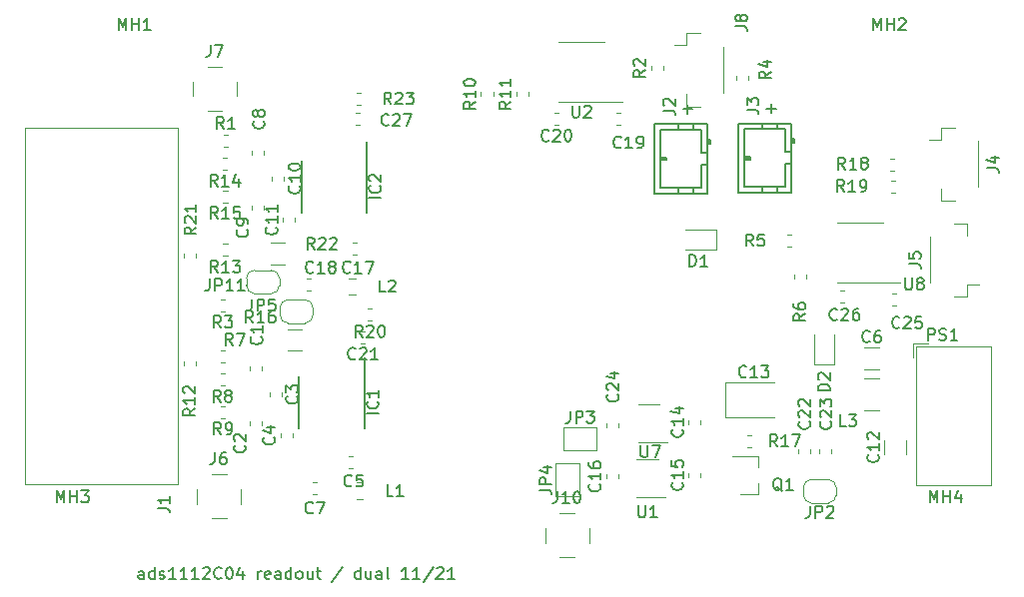
<source format=gto>
G04 #@! TF.GenerationSoftware,KiCad,Pcbnew,(5.1.5-0)*
G04 #@! TF.CreationDate,2021-11-01T14:26:59-06:00*
G04 #@! TF.ProjectId,2ch-ads,3263682d-6164-4732-9e6b-696361645f70,rev?*
G04 #@! TF.SameCoordinates,Original*
G04 #@! TF.FileFunction,Legend,Top*
G04 #@! TF.FilePolarity,Positive*
%FSLAX46Y46*%
G04 Gerber Fmt 4.6, Leading zero omitted, Abs format (unit mm)*
G04 Created by KiCad (PCBNEW (5.1.5-0)) date 2021-11-01 14:26:59*
%MOMM*%
%LPD*%
G04 APERTURE LIST*
%ADD10C,0.150000*%
%ADD11C,0.120000*%
G04 APERTURE END LIST*
D10*
X103071428Y-123452380D02*
X103071428Y-122928571D01*
X103023809Y-122833333D01*
X102928571Y-122785714D01*
X102738095Y-122785714D01*
X102642857Y-122833333D01*
X103071428Y-123404761D02*
X102976190Y-123452380D01*
X102738095Y-123452380D01*
X102642857Y-123404761D01*
X102595238Y-123309523D01*
X102595238Y-123214285D01*
X102642857Y-123119047D01*
X102738095Y-123071428D01*
X102976190Y-123071428D01*
X103071428Y-123023809D01*
X103976190Y-123452380D02*
X103976190Y-122452380D01*
X103976190Y-123404761D02*
X103880952Y-123452380D01*
X103690476Y-123452380D01*
X103595238Y-123404761D01*
X103547619Y-123357142D01*
X103499999Y-123261904D01*
X103499999Y-122976190D01*
X103547619Y-122880952D01*
X103595238Y-122833333D01*
X103690476Y-122785714D01*
X103880952Y-122785714D01*
X103976190Y-122833333D01*
X104404761Y-123404761D02*
X104499999Y-123452380D01*
X104690476Y-123452380D01*
X104785714Y-123404761D01*
X104833333Y-123309523D01*
X104833333Y-123261904D01*
X104785714Y-123166666D01*
X104690476Y-123119047D01*
X104547619Y-123119047D01*
X104452380Y-123071428D01*
X104404761Y-122976190D01*
X104404761Y-122928571D01*
X104452380Y-122833333D01*
X104547619Y-122785714D01*
X104690476Y-122785714D01*
X104785714Y-122833333D01*
X105785714Y-123452380D02*
X105214285Y-123452380D01*
X105499999Y-123452380D02*
X105499999Y-122452380D01*
X105404761Y-122595238D01*
X105309523Y-122690476D01*
X105214285Y-122738095D01*
X106738095Y-123452380D02*
X106166666Y-123452380D01*
X106452380Y-123452380D02*
X106452380Y-122452380D01*
X106357142Y-122595238D01*
X106261904Y-122690476D01*
X106166666Y-122738095D01*
X107690476Y-123452380D02*
X107119047Y-123452380D01*
X107404761Y-123452380D02*
X107404761Y-122452380D01*
X107309523Y-122595238D01*
X107214285Y-122690476D01*
X107119047Y-122738095D01*
X108071428Y-122547619D02*
X108119047Y-122500000D01*
X108214285Y-122452380D01*
X108452380Y-122452380D01*
X108547619Y-122500000D01*
X108595238Y-122547619D01*
X108642857Y-122642857D01*
X108642857Y-122738095D01*
X108595238Y-122880952D01*
X108023809Y-123452380D01*
X108642857Y-123452380D01*
X109642857Y-123357142D02*
X109595238Y-123404761D01*
X109452380Y-123452380D01*
X109357142Y-123452380D01*
X109214285Y-123404761D01*
X109119047Y-123309523D01*
X109071428Y-123214285D01*
X109023809Y-123023809D01*
X109023809Y-122880952D01*
X109071428Y-122690476D01*
X109119047Y-122595238D01*
X109214285Y-122500000D01*
X109357142Y-122452380D01*
X109452380Y-122452380D01*
X109595238Y-122500000D01*
X109642857Y-122547619D01*
X110261904Y-122452380D02*
X110357142Y-122452380D01*
X110452380Y-122500000D01*
X110499999Y-122547619D01*
X110547619Y-122642857D01*
X110595238Y-122833333D01*
X110595238Y-123071428D01*
X110547619Y-123261904D01*
X110499999Y-123357142D01*
X110452380Y-123404761D01*
X110357142Y-123452380D01*
X110261904Y-123452380D01*
X110166666Y-123404761D01*
X110119047Y-123357142D01*
X110071428Y-123261904D01*
X110023809Y-123071428D01*
X110023809Y-122833333D01*
X110071428Y-122642857D01*
X110119047Y-122547619D01*
X110166666Y-122500000D01*
X110261904Y-122452380D01*
X111452380Y-122785714D02*
X111452380Y-123452380D01*
X111214285Y-122404761D02*
X110976190Y-123119047D01*
X111595238Y-123119047D01*
X112738095Y-123452380D02*
X112738095Y-122785714D01*
X112738095Y-122976190D02*
X112785714Y-122880952D01*
X112833333Y-122833333D01*
X112928571Y-122785714D01*
X113023809Y-122785714D01*
X113738095Y-123404761D02*
X113642857Y-123452380D01*
X113452380Y-123452380D01*
X113357142Y-123404761D01*
X113309523Y-123309523D01*
X113309523Y-122928571D01*
X113357142Y-122833333D01*
X113452380Y-122785714D01*
X113642857Y-122785714D01*
X113738095Y-122833333D01*
X113785714Y-122928571D01*
X113785714Y-123023809D01*
X113309523Y-123119047D01*
X114642857Y-123452380D02*
X114642857Y-122928571D01*
X114595238Y-122833333D01*
X114499999Y-122785714D01*
X114309523Y-122785714D01*
X114214285Y-122833333D01*
X114642857Y-123404761D02*
X114547619Y-123452380D01*
X114309523Y-123452380D01*
X114214285Y-123404761D01*
X114166666Y-123309523D01*
X114166666Y-123214285D01*
X114214285Y-123119047D01*
X114309523Y-123071428D01*
X114547619Y-123071428D01*
X114642857Y-123023809D01*
X115547619Y-123452380D02*
X115547619Y-122452380D01*
X115547619Y-123404761D02*
X115452380Y-123452380D01*
X115261904Y-123452380D01*
X115166666Y-123404761D01*
X115119047Y-123357142D01*
X115071428Y-123261904D01*
X115071428Y-122976190D01*
X115119047Y-122880952D01*
X115166666Y-122833333D01*
X115261904Y-122785714D01*
X115452380Y-122785714D01*
X115547619Y-122833333D01*
X116166666Y-123452380D02*
X116071428Y-123404761D01*
X116023809Y-123357142D01*
X115976190Y-123261904D01*
X115976190Y-122976190D01*
X116023809Y-122880952D01*
X116071428Y-122833333D01*
X116166666Y-122785714D01*
X116309523Y-122785714D01*
X116404761Y-122833333D01*
X116452380Y-122880952D01*
X116499999Y-122976190D01*
X116499999Y-123261904D01*
X116452380Y-123357142D01*
X116404761Y-123404761D01*
X116309523Y-123452380D01*
X116166666Y-123452380D01*
X117357142Y-122785714D02*
X117357142Y-123452380D01*
X116928571Y-122785714D02*
X116928571Y-123309523D01*
X116976190Y-123404761D01*
X117071428Y-123452380D01*
X117214285Y-123452380D01*
X117309523Y-123404761D01*
X117357142Y-123357142D01*
X117690476Y-122785714D02*
X118071428Y-122785714D01*
X117833333Y-122452380D02*
X117833333Y-123309523D01*
X117880952Y-123404761D01*
X117976190Y-123452380D01*
X118071428Y-123452380D01*
X119880952Y-122404761D02*
X119023809Y-123690476D01*
X121404761Y-123452380D02*
X121404761Y-122452380D01*
X121404761Y-123404761D02*
X121309523Y-123452380D01*
X121119047Y-123452380D01*
X121023809Y-123404761D01*
X120976190Y-123357142D01*
X120928571Y-123261904D01*
X120928571Y-122976190D01*
X120976190Y-122880952D01*
X121023809Y-122833333D01*
X121119047Y-122785714D01*
X121309523Y-122785714D01*
X121404761Y-122833333D01*
X122309523Y-122785714D02*
X122309523Y-123452380D01*
X121880952Y-122785714D02*
X121880952Y-123309523D01*
X121928571Y-123404761D01*
X122023809Y-123452380D01*
X122166666Y-123452380D01*
X122261904Y-123404761D01*
X122309523Y-123357142D01*
X123214285Y-123452380D02*
X123214285Y-122928571D01*
X123166666Y-122833333D01*
X123071428Y-122785714D01*
X122880952Y-122785714D01*
X122785714Y-122833333D01*
X123214285Y-123404761D02*
X123119047Y-123452380D01*
X122880952Y-123452380D01*
X122785714Y-123404761D01*
X122738095Y-123309523D01*
X122738095Y-123214285D01*
X122785714Y-123119047D01*
X122880952Y-123071428D01*
X123119047Y-123071428D01*
X123214285Y-123023809D01*
X123833333Y-123452380D02*
X123738095Y-123404761D01*
X123690476Y-123309523D01*
X123690476Y-122452380D01*
X125499999Y-123452380D02*
X124928571Y-123452380D01*
X125214285Y-123452380D02*
X125214285Y-122452380D01*
X125119047Y-122595238D01*
X125023809Y-122690476D01*
X124928571Y-122738095D01*
X126452380Y-123452380D02*
X125880952Y-123452380D01*
X126166666Y-123452380D02*
X126166666Y-122452380D01*
X126071428Y-122595238D01*
X125976190Y-122690476D01*
X125880952Y-122738095D01*
X127595238Y-122404761D02*
X126738095Y-123690476D01*
X127880952Y-122547619D02*
X127928571Y-122500000D01*
X128023809Y-122452380D01*
X128261904Y-122452380D01*
X128357142Y-122500000D01*
X128404761Y-122547619D01*
X128452380Y-122642857D01*
X128452380Y-122738095D01*
X128404761Y-122880952D01*
X127833333Y-123452380D01*
X128452380Y-123452380D01*
X129404761Y-123452380D02*
X128833333Y-123452380D01*
X129119047Y-123452380D02*
X129119047Y-122452380D01*
X129023809Y-122595238D01*
X128928571Y-122690476D01*
X128833333Y-122738095D01*
D11*
X121411267Y-82220000D02*
X121068733Y-82220000D01*
X121411267Y-83240000D02*
X121068733Y-83240000D01*
X115039564Y-94940000D02*
X113835436Y-94940000D01*
X115039564Y-96760000D02*
X113835436Y-96760000D01*
X107460000Y-96221267D02*
X107460000Y-95878733D01*
X106440000Y-96221267D02*
X106440000Y-95878733D01*
X122396267Y-100540000D02*
X122053733Y-100540000D01*
X122396267Y-101560000D02*
X122053733Y-101560000D01*
X116464564Y-102240000D02*
X115260436Y-102240000D01*
X116464564Y-104060000D02*
X115260436Y-104060000D01*
X107460000Y-105321267D02*
X107460000Y-104978733D01*
X106440000Y-105321267D02*
X106440000Y-104978733D01*
X112450000Y-97250000D02*
X113850000Y-97250000D01*
X114550000Y-97950000D02*
X114550000Y-98550000D01*
X113850000Y-99250000D02*
X112450000Y-99250000D01*
X111750000Y-98550000D02*
X111750000Y-97950000D01*
X111750000Y-97950000D02*
G75*
G02X112450000Y-97250000I700000J0D01*
G01*
X112450000Y-99250000D02*
G75*
G02X111750000Y-98550000I0J700000D01*
G01*
X114550000Y-98550000D02*
G75*
G02X113850000Y-99250000I-700000J0D01*
G01*
X113850000Y-97250000D02*
G75*
G02X114550000Y-97950000I0J-700000D01*
G01*
X115300000Y-99750000D02*
X116700000Y-99750000D01*
X117400000Y-100450000D02*
X117400000Y-101050000D01*
X116700000Y-101750000D02*
X115300000Y-101750000D01*
X114600000Y-101050000D02*
X114600000Y-100450000D01*
X114600000Y-100450000D02*
G75*
G02X115300000Y-99750000I700000J0D01*
G01*
X115300000Y-101750000D02*
G75*
G02X114600000Y-101050000I0J700000D01*
G01*
X117400000Y-101050000D02*
G75*
G02X116700000Y-101750000I-700000J0D01*
G01*
X116700000Y-99750000D02*
G75*
G02X117400000Y-100450000I0J-700000D01*
G01*
X121396267Y-83940000D02*
X121053733Y-83940000D01*
X121396267Y-84960000D02*
X121053733Y-84960000D01*
X121796267Y-102440000D02*
X121453733Y-102440000D01*
X121796267Y-103460000D02*
X121453733Y-103460000D01*
X109946267Y-99740000D02*
X109603733Y-99740000D01*
X109946267Y-100760000D02*
X109603733Y-100760000D01*
X140150000Y-83010000D02*
X143600000Y-83010000D01*
X140150000Y-83010000D02*
X138200000Y-83010000D01*
X140150000Y-77890000D02*
X142100000Y-77890000D01*
X140150000Y-77890000D02*
X138200000Y-77890000D01*
X135660000Y-82496267D02*
X135660000Y-82153733D01*
X134640000Y-82496267D02*
X134640000Y-82153733D01*
X132660000Y-82496267D02*
X132660000Y-82153733D01*
X131640000Y-82496267D02*
X131640000Y-82153733D01*
X154260000Y-81096267D02*
X154260000Y-80753733D01*
X153240000Y-81096267D02*
X153240000Y-80753733D01*
X147060000Y-80296267D02*
X147060000Y-79953733D01*
X146040000Y-80296267D02*
X146040000Y-79953733D01*
X152160000Y-78310000D02*
X152160000Y-82190000D01*
X149040000Y-83360000D02*
X149040000Y-82310000D01*
X150190000Y-83360000D02*
X149040000Y-83360000D01*
X149040000Y-78190000D02*
X148050000Y-78190000D01*
X149040000Y-77140000D02*
X149040000Y-78190000D01*
X150190000Y-77140000D02*
X149040000Y-77140000D01*
D10*
X121950000Y-86375000D02*
X121950000Y-92350000D01*
X116425000Y-87950000D02*
X116425000Y-92350000D01*
X121750000Y-104675000D02*
X121750000Y-110650000D01*
X116225000Y-106250000D02*
X116225000Y-110650000D01*
D11*
X138196267Y-83940000D02*
X137853733Y-83940000D01*
X138196267Y-84960000D02*
X137853733Y-84960000D01*
X143103733Y-84960000D02*
X143446267Y-84960000D01*
X143103733Y-83940000D02*
X143446267Y-83940000D01*
X116828733Y-98960000D02*
X117171267Y-98960000D01*
X116828733Y-97940000D02*
X117171267Y-97940000D01*
X120753733Y-95960000D02*
X121096267Y-95960000D01*
X120753733Y-94940000D02*
X121096267Y-94940000D01*
X115860000Y-93146267D02*
X115860000Y-92803733D01*
X114840000Y-93146267D02*
X114840000Y-92803733D01*
X113940000Y-89303733D02*
X113940000Y-89646267D01*
X114960000Y-89303733D02*
X114960000Y-89646267D01*
X112240000Y-91803733D02*
X112240000Y-92146267D01*
X113260000Y-91803733D02*
X113260000Y-92146267D01*
X112240000Y-87103733D02*
X112240000Y-87446267D01*
X113260000Y-87103733D02*
X113260000Y-87446267D01*
X117403733Y-116260000D02*
X117746267Y-116260000D01*
X117403733Y-115240000D02*
X117746267Y-115240000D01*
X120403733Y-114060000D02*
X120746267Y-114060000D01*
X120403733Y-113040000D02*
X120746267Y-113040000D01*
X115660000Y-111446267D02*
X115660000Y-111103733D01*
X114640000Y-111446267D02*
X114640000Y-111103733D01*
X113740000Y-107603733D02*
X113740000Y-107946267D01*
X114760000Y-107603733D02*
X114760000Y-107946267D01*
X112040000Y-110103733D02*
X112040000Y-110446267D01*
X113060000Y-110103733D02*
X113060000Y-110446267D01*
X112040000Y-105403733D02*
X112040000Y-105746267D01*
X113060000Y-105403733D02*
X113060000Y-105746267D01*
X152302500Y-109760000D02*
X156512500Y-109760000D01*
X152302500Y-106740000D02*
X152302500Y-109760000D01*
X156512500Y-106740000D02*
X152302500Y-106740000D01*
X139570000Y-121620000D02*
X138330000Y-121620000D01*
X139570000Y-117880000D02*
X138330000Y-117880000D01*
X137080000Y-120370000D02*
X137080000Y-119130000D01*
X140820000Y-120370000D02*
X140820000Y-119130000D01*
X166746267Y-89640000D02*
X166403733Y-89640000D01*
X166746267Y-90660000D02*
X166403733Y-90660000D01*
X166621267Y-87840000D02*
X166278733Y-87840000D01*
X166621267Y-88860000D02*
X166278733Y-88860000D01*
X137950000Y-116450000D02*
X137950000Y-113650000D01*
X137950000Y-113650000D02*
X139950000Y-113650000D01*
X139950000Y-113650000D02*
X139950000Y-116450000D01*
X139950000Y-116450000D02*
X137950000Y-116450000D01*
X138650000Y-110550000D02*
X141450000Y-110550000D01*
X141450000Y-110550000D02*
X141450000Y-112550000D01*
X141450000Y-112550000D02*
X138650000Y-112550000D01*
X138650000Y-112550000D02*
X138650000Y-110550000D01*
X109700000Y-83750000D02*
X108460000Y-83750000D01*
X109700000Y-80010000D02*
X108460000Y-80010000D01*
X107210000Y-82500000D02*
X107210000Y-81260000D01*
X110950000Y-82500000D02*
X110950000Y-81260000D01*
X110070000Y-118320000D02*
X108830000Y-118320000D01*
X110070000Y-114580000D02*
X108830000Y-114580000D01*
X107580000Y-117070000D02*
X107580000Y-115830000D01*
X111320000Y-117070000D02*
X111320000Y-115830000D01*
X162421267Y-98940000D02*
X162078733Y-98940000D01*
X162421267Y-99960000D02*
X162078733Y-99960000D01*
X166453733Y-100260000D02*
X166796267Y-100260000D01*
X166453733Y-99240000D02*
X166796267Y-99240000D01*
X163750000Y-98310000D02*
X167200000Y-98310000D01*
X163750000Y-98310000D02*
X161800000Y-98310000D01*
X163750000Y-93190000D02*
X165700000Y-93190000D01*
X163750000Y-93190000D02*
X161800000Y-93190000D01*
X144950000Y-111810000D02*
X147400000Y-111810000D01*
X146750000Y-108590000D02*
X144950000Y-108590000D01*
X144850000Y-116470000D02*
X147300000Y-116470000D01*
X146650000Y-113250000D02*
X144850000Y-113250000D01*
X154546267Y-111240000D02*
X154203733Y-111240000D01*
X154546267Y-112260000D02*
X154203733Y-112260000D01*
X165352064Y-106390000D02*
X164147936Y-106390000D01*
X165352064Y-109110000D02*
X164147936Y-109110000D01*
X171710000Y-99490000D02*
X172860000Y-99490000D01*
X172860000Y-99490000D02*
X172860000Y-98440000D01*
X172860000Y-98440000D02*
X173850000Y-98440000D01*
X171710000Y-93270000D02*
X172860000Y-93270000D01*
X172860000Y-93270000D02*
X172860000Y-94320000D01*
X169740000Y-98320000D02*
X169740000Y-94440000D01*
X171790000Y-85140000D02*
X170640000Y-85140000D01*
X170640000Y-85140000D02*
X170640000Y-86190000D01*
X170640000Y-86190000D02*
X169650000Y-86190000D01*
X171790000Y-91360000D02*
X170640000Y-91360000D01*
X170640000Y-91360000D02*
X170640000Y-90310000D01*
X173760000Y-86310000D02*
X173760000Y-90190000D01*
X143260000Y-110546267D02*
X143260000Y-110203733D01*
X142240000Y-110546267D02*
X142240000Y-110203733D01*
X143260000Y-114921267D02*
X143260000Y-114578733D01*
X142240000Y-114921267D02*
X142240000Y-114578733D01*
X150260000Y-114796267D02*
X150260000Y-114453733D01*
X149240000Y-114796267D02*
X149240000Y-114453733D01*
X150260000Y-110296267D02*
X150260000Y-109953733D01*
X149240000Y-110296267D02*
X149240000Y-109953733D01*
X167660000Y-112864564D02*
X167660000Y-111660436D01*
X165840000Y-112864564D02*
X165840000Y-111660436D01*
X164147936Y-105660000D02*
X165352064Y-105660000D01*
X164147936Y-103840000D02*
X165352064Y-103840000D01*
X159185000Y-97971267D02*
X159185000Y-97628733D01*
X158165000Y-97971267D02*
X158165000Y-97628733D01*
X157578733Y-95260000D02*
X157921267Y-95260000D01*
X157578733Y-94240000D02*
X157921267Y-94240000D01*
X168300000Y-103480000D02*
X168300000Y-104680000D01*
X169500000Y-103480000D02*
X168300000Y-103480000D01*
X174840000Y-115450000D02*
X168500000Y-115450000D01*
X168500000Y-103680000D02*
X168500000Y-115450000D01*
X174840000Y-103680000D02*
X168500000Y-103680000D01*
X174840000Y-103680000D02*
X174840000Y-115450000D01*
X155110000Y-116230000D02*
X153650000Y-116230000D01*
X155110000Y-113070000D02*
X152950000Y-113070000D01*
X155110000Y-113070000D02*
X155110000Y-114000000D01*
X155110000Y-116230000D02*
X155110000Y-115300000D01*
X161050000Y-117000000D02*
X159650000Y-117000000D01*
X158950000Y-116300000D02*
X158950000Y-115700000D01*
X159650000Y-115000000D02*
X161050000Y-115000000D01*
X161750000Y-115700000D02*
X161750000Y-116300000D01*
X161750000Y-116300000D02*
G75*
G02X161050000Y-117000000I-700000J0D01*
G01*
X161050000Y-115000000D02*
G75*
G02X161750000Y-115700000I0J-700000D01*
G01*
X158950000Y-115700000D02*
G75*
G02X159650000Y-115000000I700000J0D01*
G01*
X159650000Y-117000000D02*
G75*
G02X158950000Y-116300000I0J700000D01*
G01*
D10*
X153950000Y-87750000D02*
X154450000Y-87750000D01*
X154450000Y-87850000D02*
X153950000Y-87850000D01*
X154450000Y-87650000D02*
X154450000Y-87850000D01*
X153950000Y-87650000D02*
X154450000Y-87650000D01*
X158050000Y-86450000D02*
X158050000Y-86150000D01*
X158150000Y-86150000D02*
X157950000Y-86150000D01*
X158150000Y-86450000D02*
X158150000Y-86150000D01*
X157950000Y-86450000D02*
X158150000Y-86450000D01*
X155450000Y-90200000D02*
X155450000Y-90700000D01*
X156750000Y-90200000D02*
X156750000Y-90700000D01*
X155450000Y-84800000D02*
X155450000Y-85300000D01*
X156750000Y-84800000D02*
X156750000Y-85300000D01*
X157450000Y-88250000D02*
X157950000Y-88250000D01*
X157450000Y-90200000D02*
X157450000Y-88250000D01*
X153950000Y-90200000D02*
X157450000Y-90200000D01*
X153950000Y-85300000D02*
X153950000Y-90200000D01*
X157450000Y-85300000D02*
X153950000Y-85300000D01*
X157450000Y-87250000D02*
X157450000Y-85300000D01*
X157950000Y-87250000D02*
X157450000Y-87250000D01*
X153450000Y-90700000D02*
X153450000Y-84800000D01*
X157950000Y-90700000D02*
X153450000Y-90700000D01*
X157950000Y-84800000D02*
X157950000Y-90700000D01*
X153450000Y-84800000D02*
X157950000Y-84800000D01*
X156650000Y-83550000D02*
X155850000Y-83550000D01*
X155850000Y-83550000D02*
X156250000Y-83550000D01*
X156250000Y-83550000D02*
X156250000Y-83750000D01*
X156250000Y-83750000D02*
X156250000Y-83150000D01*
X156250000Y-83150000D02*
X156250000Y-83950000D01*
X146850000Y-87800000D02*
X147350000Y-87800000D01*
X147350000Y-87900000D02*
X146850000Y-87900000D01*
X147350000Y-87700000D02*
X147350000Y-87900000D01*
X146850000Y-87700000D02*
X147350000Y-87700000D01*
X150950000Y-86500000D02*
X150950000Y-86200000D01*
X151050000Y-86200000D02*
X150850000Y-86200000D01*
X151050000Y-86500000D02*
X151050000Y-86200000D01*
X150850000Y-86500000D02*
X151050000Y-86500000D01*
X148350000Y-90250000D02*
X148350000Y-90750000D01*
X149650000Y-90250000D02*
X149650000Y-90750000D01*
X148350000Y-84850000D02*
X148350000Y-85350000D01*
X149650000Y-84850000D02*
X149650000Y-85350000D01*
X150350000Y-88300000D02*
X150850000Y-88300000D01*
X150350000Y-90250000D02*
X150350000Y-88300000D01*
X146850000Y-90250000D02*
X150350000Y-90250000D01*
X146850000Y-85350000D02*
X146850000Y-90250000D01*
X150350000Y-85350000D02*
X146850000Y-85350000D01*
X150350000Y-87300000D02*
X150350000Y-85350000D01*
X150850000Y-87300000D02*
X150350000Y-87300000D01*
X146350000Y-90750000D02*
X146350000Y-84850000D01*
X150850000Y-90750000D02*
X146350000Y-90750000D01*
X150850000Y-84850000D02*
X150850000Y-90750000D01*
X146350000Y-84850000D02*
X150850000Y-84850000D01*
X149550000Y-83600000D02*
X148750000Y-83600000D01*
X148750000Y-83600000D02*
X149150000Y-83600000D01*
X149150000Y-83600000D02*
X149150000Y-83800000D01*
X149150000Y-83800000D02*
X149150000Y-83200000D01*
X149150000Y-83200000D02*
X149150000Y-84000000D01*
D11*
X159900000Y-105250000D02*
X159900000Y-102700000D01*
X161600000Y-105250000D02*
X161600000Y-102700000D01*
X159900000Y-105250000D02*
X161600000Y-105250000D01*
X151550000Y-95500000D02*
X149000000Y-95500000D01*
X151550000Y-93800000D02*
X149000000Y-93800000D01*
X151550000Y-95500000D02*
X151550000Y-93800000D01*
X160290000Y-112478733D02*
X160290000Y-112821267D01*
X161310000Y-112478733D02*
X161310000Y-112821267D01*
X158490000Y-112478733D02*
X158490000Y-112821267D01*
X159510000Y-112478733D02*
X159510000Y-112821267D01*
X120986252Y-97940000D02*
X120463748Y-97940000D01*
X120986252Y-99360000D02*
X120463748Y-99360000D01*
X121636252Y-115265000D02*
X121113748Y-115265000D01*
X121636252Y-116685000D02*
X121113748Y-116685000D01*
X110139267Y-90490000D02*
X109796733Y-90490000D01*
X110139267Y-91510000D02*
X109796733Y-91510000D01*
X110107267Y-87740000D02*
X109764733Y-87740000D01*
X110107267Y-88760000D02*
X109764733Y-88760000D01*
X109796733Y-96010000D02*
X110139267Y-96010000D01*
X109796733Y-94990000D02*
X110139267Y-94990000D01*
X109939267Y-108790000D02*
X109596733Y-108790000D01*
X109939267Y-109810000D02*
X109596733Y-109810000D01*
X109907267Y-106040000D02*
X109564733Y-106040000D01*
X109907267Y-107060000D02*
X109564733Y-107060000D01*
X109578733Y-105060000D02*
X109921267Y-105060000D01*
X109578733Y-104040000D02*
X109921267Y-104040000D01*
X109828733Y-86760000D02*
X110171267Y-86760000D01*
X109828733Y-85740000D02*
X110171267Y-85740000D01*
X105913000Y-85221000D02*
X105913000Y-115431000D01*
X105913000Y-85221000D02*
X93003000Y-85221000D01*
X93003000Y-115431000D02*
X105913000Y-115431000D01*
X93003000Y-115431000D02*
X93003000Y-85221000D01*
D10*
X124022142Y-83182380D02*
X123688809Y-82706190D01*
X123450714Y-83182380D02*
X123450714Y-82182380D01*
X123831666Y-82182380D01*
X123926904Y-82230000D01*
X123974523Y-82277619D01*
X124022142Y-82372857D01*
X124022142Y-82515714D01*
X123974523Y-82610952D01*
X123926904Y-82658571D01*
X123831666Y-82706190D01*
X123450714Y-82706190D01*
X124403095Y-82277619D02*
X124450714Y-82230000D01*
X124545952Y-82182380D01*
X124784047Y-82182380D01*
X124879285Y-82230000D01*
X124926904Y-82277619D01*
X124974523Y-82372857D01*
X124974523Y-82468095D01*
X124926904Y-82610952D01*
X124355476Y-83182380D01*
X124974523Y-83182380D01*
X125307857Y-82182380D02*
X125926904Y-82182380D01*
X125593571Y-82563333D01*
X125736428Y-82563333D01*
X125831666Y-82610952D01*
X125879285Y-82658571D01*
X125926904Y-82753809D01*
X125926904Y-82991904D01*
X125879285Y-83087142D01*
X125831666Y-83134761D01*
X125736428Y-83182380D01*
X125450714Y-83182380D01*
X125355476Y-83134761D01*
X125307857Y-83087142D01*
X117507142Y-95502380D02*
X117173809Y-95026190D01*
X116935714Y-95502380D02*
X116935714Y-94502380D01*
X117316666Y-94502380D01*
X117411904Y-94550000D01*
X117459523Y-94597619D01*
X117507142Y-94692857D01*
X117507142Y-94835714D01*
X117459523Y-94930952D01*
X117411904Y-94978571D01*
X117316666Y-95026190D01*
X116935714Y-95026190D01*
X117888095Y-94597619D02*
X117935714Y-94550000D01*
X118030952Y-94502380D01*
X118269047Y-94502380D01*
X118364285Y-94550000D01*
X118411904Y-94597619D01*
X118459523Y-94692857D01*
X118459523Y-94788095D01*
X118411904Y-94930952D01*
X117840476Y-95502380D01*
X118459523Y-95502380D01*
X118840476Y-94597619D02*
X118888095Y-94550000D01*
X118983333Y-94502380D01*
X119221428Y-94502380D01*
X119316666Y-94550000D01*
X119364285Y-94597619D01*
X119411904Y-94692857D01*
X119411904Y-94788095D01*
X119364285Y-94930952D01*
X118792857Y-95502380D01*
X119411904Y-95502380D01*
X107502380Y-93617857D02*
X107026190Y-93951190D01*
X107502380Y-94189285D02*
X106502380Y-94189285D01*
X106502380Y-93808333D01*
X106550000Y-93713095D01*
X106597619Y-93665476D01*
X106692857Y-93617857D01*
X106835714Y-93617857D01*
X106930952Y-93665476D01*
X106978571Y-93713095D01*
X107026190Y-93808333D01*
X107026190Y-94189285D01*
X106597619Y-93236904D02*
X106550000Y-93189285D01*
X106502380Y-93094047D01*
X106502380Y-92855952D01*
X106550000Y-92760714D01*
X106597619Y-92713095D01*
X106692857Y-92665476D01*
X106788095Y-92665476D01*
X106930952Y-92713095D01*
X107502380Y-93284523D01*
X107502380Y-92665476D01*
X107502380Y-91713095D02*
X107502380Y-92284523D01*
X107502380Y-91998809D02*
X106502380Y-91998809D01*
X106645238Y-92094047D01*
X106740476Y-92189285D01*
X106788095Y-92284523D01*
X121582142Y-102932380D02*
X121248809Y-102456190D01*
X121010714Y-102932380D02*
X121010714Y-101932380D01*
X121391666Y-101932380D01*
X121486904Y-101980000D01*
X121534523Y-102027619D01*
X121582142Y-102122857D01*
X121582142Y-102265714D01*
X121534523Y-102360952D01*
X121486904Y-102408571D01*
X121391666Y-102456190D01*
X121010714Y-102456190D01*
X121963095Y-102027619D02*
X122010714Y-101980000D01*
X122105952Y-101932380D01*
X122344047Y-101932380D01*
X122439285Y-101980000D01*
X122486904Y-102027619D01*
X122534523Y-102122857D01*
X122534523Y-102218095D01*
X122486904Y-102360952D01*
X121915476Y-102932380D01*
X122534523Y-102932380D01*
X123153571Y-101932380D02*
X123248809Y-101932380D01*
X123344047Y-101980000D01*
X123391666Y-102027619D01*
X123439285Y-102122857D01*
X123486904Y-102313333D01*
X123486904Y-102551428D01*
X123439285Y-102741904D01*
X123391666Y-102837142D01*
X123344047Y-102884761D01*
X123248809Y-102932380D01*
X123153571Y-102932380D01*
X123058333Y-102884761D01*
X123010714Y-102837142D01*
X122963095Y-102741904D01*
X122915476Y-102551428D01*
X122915476Y-102313333D01*
X122963095Y-102122857D01*
X123010714Y-102027619D01*
X123058333Y-101980000D01*
X123153571Y-101932380D01*
X112307142Y-101702380D02*
X111973809Y-101226190D01*
X111735714Y-101702380D02*
X111735714Y-100702380D01*
X112116666Y-100702380D01*
X112211904Y-100750000D01*
X112259523Y-100797619D01*
X112307142Y-100892857D01*
X112307142Y-101035714D01*
X112259523Y-101130952D01*
X112211904Y-101178571D01*
X112116666Y-101226190D01*
X111735714Y-101226190D01*
X113259523Y-101702380D02*
X112688095Y-101702380D01*
X112973809Y-101702380D02*
X112973809Y-100702380D01*
X112878571Y-100845238D01*
X112783333Y-100940476D01*
X112688095Y-100988095D01*
X114116666Y-100702380D02*
X113926190Y-100702380D01*
X113830952Y-100750000D01*
X113783333Y-100797619D01*
X113688095Y-100940476D01*
X113640476Y-101130952D01*
X113640476Y-101511904D01*
X113688095Y-101607142D01*
X113735714Y-101654761D01*
X113830952Y-101702380D01*
X114021428Y-101702380D01*
X114116666Y-101654761D01*
X114164285Y-101607142D01*
X114211904Y-101511904D01*
X114211904Y-101273809D01*
X114164285Y-101178571D01*
X114116666Y-101130952D01*
X114021428Y-101083333D01*
X113830952Y-101083333D01*
X113735714Y-101130952D01*
X113688095Y-101178571D01*
X113640476Y-101273809D01*
X107402380Y-108992857D02*
X106926190Y-109326190D01*
X107402380Y-109564285D02*
X106402380Y-109564285D01*
X106402380Y-109183333D01*
X106450000Y-109088095D01*
X106497619Y-109040476D01*
X106592857Y-108992857D01*
X106735714Y-108992857D01*
X106830952Y-109040476D01*
X106878571Y-109088095D01*
X106926190Y-109183333D01*
X106926190Y-109564285D01*
X107402380Y-108040476D02*
X107402380Y-108611904D01*
X107402380Y-108326190D02*
X106402380Y-108326190D01*
X106545238Y-108421428D01*
X106640476Y-108516666D01*
X106688095Y-108611904D01*
X106497619Y-107659523D02*
X106450000Y-107611904D01*
X106402380Y-107516666D01*
X106402380Y-107278571D01*
X106450000Y-107183333D01*
X106497619Y-107135714D01*
X106592857Y-107088095D01*
X106688095Y-107088095D01*
X106830952Y-107135714D01*
X107402380Y-107707142D01*
X107402380Y-107088095D01*
X108640476Y-98002380D02*
X108640476Y-98716666D01*
X108592857Y-98859523D01*
X108497619Y-98954761D01*
X108354761Y-99002380D01*
X108259523Y-99002380D01*
X109116666Y-99002380D02*
X109116666Y-98002380D01*
X109497619Y-98002380D01*
X109592857Y-98050000D01*
X109640476Y-98097619D01*
X109688095Y-98192857D01*
X109688095Y-98335714D01*
X109640476Y-98430952D01*
X109592857Y-98478571D01*
X109497619Y-98526190D01*
X109116666Y-98526190D01*
X110640476Y-99002380D02*
X110069047Y-99002380D01*
X110354761Y-99002380D02*
X110354761Y-98002380D01*
X110259523Y-98145238D01*
X110164285Y-98240476D01*
X110069047Y-98288095D01*
X111592857Y-99002380D02*
X111021428Y-99002380D01*
X111307142Y-99002380D02*
X111307142Y-98002380D01*
X111211904Y-98145238D01*
X111116666Y-98240476D01*
X111021428Y-98288095D01*
X112216666Y-99702380D02*
X112216666Y-100416666D01*
X112169047Y-100559523D01*
X112073809Y-100654761D01*
X111930952Y-100702380D01*
X111835714Y-100702380D01*
X112692857Y-100702380D02*
X112692857Y-99702380D01*
X113073809Y-99702380D01*
X113169047Y-99750000D01*
X113216666Y-99797619D01*
X113264285Y-99892857D01*
X113264285Y-100035714D01*
X113216666Y-100130952D01*
X113169047Y-100178571D01*
X113073809Y-100226190D01*
X112692857Y-100226190D01*
X114169047Y-99702380D02*
X113692857Y-99702380D01*
X113645238Y-100178571D01*
X113692857Y-100130952D01*
X113788095Y-100083333D01*
X114026190Y-100083333D01*
X114121428Y-100130952D01*
X114169047Y-100178571D01*
X114216666Y-100273809D01*
X114216666Y-100511904D01*
X114169047Y-100607142D01*
X114121428Y-100654761D01*
X114026190Y-100702380D01*
X113788095Y-100702380D01*
X113692857Y-100654761D01*
X113645238Y-100607142D01*
X123807142Y-84907142D02*
X123759523Y-84954761D01*
X123616666Y-85002380D01*
X123521428Y-85002380D01*
X123378571Y-84954761D01*
X123283333Y-84859523D01*
X123235714Y-84764285D01*
X123188095Y-84573809D01*
X123188095Y-84430952D01*
X123235714Y-84240476D01*
X123283333Y-84145238D01*
X123378571Y-84050000D01*
X123521428Y-84002380D01*
X123616666Y-84002380D01*
X123759523Y-84050000D01*
X123807142Y-84097619D01*
X124188095Y-84097619D02*
X124235714Y-84050000D01*
X124330952Y-84002380D01*
X124569047Y-84002380D01*
X124664285Y-84050000D01*
X124711904Y-84097619D01*
X124759523Y-84192857D01*
X124759523Y-84288095D01*
X124711904Y-84430952D01*
X124140476Y-85002380D01*
X124759523Y-85002380D01*
X125092857Y-84002380D02*
X125759523Y-84002380D01*
X125330952Y-85002380D01*
X120982142Y-104737142D02*
X120934523Y-104784761D01*
X120791666Y-104832380D01*
X120696428Y-104832380D01*
X120553571Y-104784761D01*
X120458333Y-104689523D01*
X120410714Y-104594285D01*
X120363095Y-104403809D01*
X120363095Y-104260952D01*
X120410714Y-104070476D01*
X120458333Y-103975238D01*
X120553571Y-103880000D01*
X120696428Y-103832380D01*
X120791666Y-103832380D01*
X120934523Y-103880000D01*
X120982142Y-103927619D01*
X121363095Y-103927619D02*
X121410714Y-103880000D01*
X121505952Y-103832380D01*
X121744047Y-103832380D01*
X121839285Y-103880000D01*
X121886904Y-103927619D01*
X121934523Y-104022857D01*
X121934523Y-104118095D01*
X121886904Y-104260952D01*
X121315476Y-104832380D01*
X121934523Y-104832380D01*
X122886904Y-104832380D02*
X122315476Y-104832380D01*
X122601190Y-104832380D02*
X122601190Y-103832380D01*
X122505952Y-103975238D01*
X122410714Y-104070476D01*
X122315476Y-104118095D01*
X109608333Y-102132380D02*
X109275000Y-101656190D01*
X109036904Y-102132380D02*
X109036904Y-101132380D01*
X109417857Y-101132380D01*
X109513095Y-101180000D01*
X109560714Y-101227619D01*
X109608333Y-101322857D01*
X109608333Y-101465714D01*
X109560714Y-101560952D01*
X109513095Y-101608571D01*
X109417857Y-101656190D01*
X109036904Y-101656190D01*
X109941666Y-101132380D02*
X110560714Y-101132380D01*
X110227380Y-101513333D01*
X110370238Y-101513333D01*
X110465476Y-101560952D01*
X110513095Y-101608571D01*
X110560714Y-101703809D01*
X110560714Y-101941904D01*
X110513095Y-102037142D01*
X110465476Y-102084761D01*
X110370238Y-102132380D01*
X110084523Y-102132380D01*
X109989285Y-102084761D01*
X109941666Y-102037142D01*
X139388095Y-83302380D02*
X139388095Y-84111904D01*
X139435714Y-84207142D01*
X139483333Y-84254761D01*
X139578571Y-84302380D01*
X139769047Y-84302380D01*
X139864285Y-84254761D01*
X139911904Y-84207142D01*
X139959523Y-84111904D01*
X139959523Y-83302380D01*
X140388095Y-83397619D02*
X140435714Y-83350000D01*
X140530952Y-83302380D01*
X140769047Y-83302380D01*
X140864285Y-83350000D01*
X140911904Y-83397619D01*
X140959523Y-83492857D01*
X140959523Y-83588095D01*
X140911904Y-83730952D01*
X140340476Y-84302380D01*
X140959523Y-84302380D01*
X134172380Y-82967857D02*
X133696190Y-83301190D01*
X134172380Y-83539285D02*
X133172380Y-83539285D01*
X133172380Y-83158333D01*
X133220000Y-83063095D01*
X133267619Y-83015476D01*
X133362857Y-82967857D01*
X133505714Y-82967857D01*
X133600952Y-83015476D01*
X133648571Y-83063095D01*
X133696190Y-83158333D01*
X133696190Y-83539285D01*
X134172380Y-82015476D02*
X134172380Y-82586904D01*
X134172380Y-82301190D02*
X133172380Y-82301190D01*
X133315238Y-82396428D01*
X133410476Y-82491666D01*
X133458095Y-82586904D01*
X134172380Y-81063095D02*
X134172380Y-81634523D01*
X134172380Y-81348809D02*
X133172380Y-81348809D01*
X133315238Y-81444047D01*
X133410476Y-81539285D01*
X133458095Y-81634523D01*
X131172380Y-82967857D02*
X130696190Y-83301190D01*
X131172380Y-83539285D02*
X130172380Y-83539285D01*
X130172380Y-83158333D01*
X130220000Y-83063095D01*
X130267619Y-83015476D01*
X130362857Y-82967857D01*
X130505714Y-82967857D01*
X130600952Y-83015476D01*
X130648571Y-83063095D01*
X130696190Y-83158333D01*
X130696190Y-83539285D01*
X131172380Y-82015476D02*
X131172380Y-82586904D01*
X131172380Y-82301190D02*
X130172380Y-82301190D01*
X130315238Y-82396428D01*
X130410476Y-82491666D01*
X130458095Y-82586904D01*
X130172380Y-81396428D02*
X130172380Y-81301190D01*
X130220000Y-81205952D01*
X130267619Y-81158333D01*
X130362857Y-81110714D01*
X130553333Y-81063095D01*
X130791428Y-81063095D01*
X130981904Y-81110714D01*
X131077142Y-81158333D01*
X131124761Y-81205952D01*
X131172380Y-81301190D01*
X131172380Y-81396428D01*
X131124761Y-81491666D01*
X131077142Y-81539285D01*
X130981904Y-81586904D01*
X130791428Y-81634523D01*
X130553333Y-81634523D01*
X130362857Y-81586904D01*
X130267619Y-81539285D01*
X130220000Y-81491666D01*
X130172380Y-81396428D01*
X156202380Y-80416666D02*
X155726190Y-80750000D01*
X156202380Y-80988095D02*
X155202380Y-80988095D01*
X155202380Y-80607142D01*
X155250000Y-80511904D01*
X155297619Y-80464285D01*
X155392857Y-80416666D01*
X155535714Y-80416666D01*
X155630952Y-80464285D01*
X155678571Y-80511904D01*
X155726190Y-80607142D01*
X155726190Y-80988095D01*
X155535714Y-79559523D02*
X156202380Y-79559523D01*
X155154761Y-79797619D02*
X155869047Y-80035714D01*
X155869047Y-79416666D01*
X145572380Y-80291666D02*
X145096190Y-80625000D01*
X145572380Y-80863095D02*
X144572380Y-80863095D01*
X144572380Y-80482142D01*
X144620000Y-80386904D01*
X144667619Y-80339285D01*
X144762857Y-80291666D01*
X144905714Y-80291666D01*
X145000952Y-80339285D01*
X145048571Y-80386904D01*
X145096190Y-80482142D01*
X145096190Y-80863095D01*
X144667619Y-79910714D02*
X144620000Y-79863095D01*
X144572380Y-79767857D01*
X144572380Y-79529761D01*
X144620000Y-79434523D01*
X144667619Y-79386904D01*
X144762857Y-79339285D01*
X144858095Y-79339285D01*
X145000952Y-79386904D01*
X145572380Y-79958333D01*
X145572380Y-79339285D01*
X153202380Y-76583333D02*
X153916666Y-76583333D01*
X154059523Y-76630952D01*
X154154761Y-76726190D01*
X154202380Y-76869047D01*
X154202380Y-76964285D01*
X153630952Y-75964285D02*
X153583333Y-76059523D01*
X153535714Y-76107142D01*
X153440476Y-76154761D01*
X153392857Y-76154761D01*
X153297619Y-76107142D01*
X153250000Y-76059523D01*
X153202380Y-75964285D01*
X153202380Y-75773809D01*
X153250000Y-75678571D01*
X153297619Y-75630952D01*
X153392857Y-75583333D01*
X153440476Y-75583333D01*
X153535714Y-75630952D01*
X153583333Y-75678571D01*
X153630952Y-75773809D01*
X153630952Y-75964285D01*
X153678571Y-76059523D01*
X153726190Y-76107142D01*
X153821428Y-76154761D01*
X154011904Y-76154761D01*
X154107142Y-76107142D01*
X154154761Y-76059523D01*
X154202380Y-75964285D01*
X154202380Y-75773809D01*
X154154761Y-75678571D01*
X154107142Y-75630952D01*
X154011904Y-75583333D01*
X153821428Y-75583333D01*
X153726190Y-75630952D01*
X153678571Y-75678571D01*
X153630952Y-75773809D01*
X123152380Y-91126190D02*
X122152380Y-91126190D01*
X123057142Y-90078571D02*
X123104761Y-90126190D01*
X123152380Y-90269047D01*
X123152380Y-90364285D01*
X123104761Y-90507142D01*
X123009523Y-90602380D01*
X122914285Y-90650000D01*
X122723809Y-90697619D01*
X122580952Y-90697619D01*
X122390476Y-90650000D01*
X122295238Y-90602380D01*
X122200000Y-90507142D01*
X122152380Y-90364285D01*
X122152380Y-90269047D01*
X122200000Y-90126190D01*
X122247619Y-90078571D01*
X122247619Y-89697619D02*
X122200000Y-89650000D01*
X122152380Y-89554761D01*
X122152380Y-89316666D01*
X122200000Y-89221428D01*
X122247619Y-89173809D01*
X122342857Y-89126190D01*
X122438095Y-89126190D01*
X122580952Y-89173809D01*
X123152380Y-89745238D01*
X123152380Y-89126190D01*
X122952380Y-109426190D02*
X121952380Y-109426190D01*
X122857142Y-108378571D02*
X122904761Y-108426190D01*
X122952380Y-108569047D01*
X122952380Y-108664285D01*
X122904761Y-108807142D01*
X122809523Y-108902380D01*
X122714285Y-108950000D01*
X122523809Y-108997619D01*
X122380952Y-108997619D01*
X122190476Y-108950000D01*
X122095238Y-108902380D01*
X122000000Y-108807142D01*
X121952380Y-108664285D01*
X121952380Y-108569047D01*
X122000000Y-108426190D01*
X122047619Y-108378571D01*
X122952380Y-107426190D02*
X122952380Y-107997619D01*
X122952380Y-107711904D02*
X121952380Y-107711904D01*
X122095238Y-107807142D01*
X122190476Y-107902380D01*
X122238095Y-107997619D01*
X137382142Y-86237142D02*
X137334523Y-86284761D01*
X137191666Y-86332380D01*
X137096428Y-86332380D01*
X136953571Y-86284761D01*
X136858333Y-86189523D01*
X136810714Y-86094285D01*
X136763095Y-85903809D01*
X136763095Y-85760952D01*
X136810714Y-85570476D01*
X136858333Y-85475238D01*
X136953571Y-85380000D01*
X137096428Y-85332380D01*
X137191666Y-85332380D01*
X137334523Y-85380000D01*
X137382142Y-85427619D01*
X137763095Y-85427619D02*
X137810714Y-85380000D01*
X137905952Y-85332380D01*
X138144047Y-85332380D01*
X138239285Y-85380000D01*
X138286904Y-85427619D01*
X138334523Y-85522857D01*
X138334523Y-85618095D01*
X138286904Y-85760952D01*
X137715476Y-86332380D01*
X138334523Y-86332380D01*
X138953571Y-85332380D02*
X139048809Y-85332380D01*
X139144047Y-85380000D01*
X139191666Y-85427619D01*
X139239285Y-85522857D01*
X139286904Y-85713333D01*
X139286904Y-85951428D01*
X139239285Y-86141904D01*
X139191666Y-86237142D01*
X139144047Y-86284761D01*
X139048809Y-86332380D01*
X138953571Y-86332380D01*
X138858333Y-86284761D01*
X138810714Y-86237142D01*
X138763095Y-86141904D01*
X138715476Y-85951428D01*
X138715476Y-85713333D01*
X138763095Y-85522857D01*
X138810714Y-85427619D01*
X138858333Y-85380000D01*
X138953571Y-85332380D01*
X143507142Y-86807142D02*
X143459523Y-86854761D01*
X143316666Y-86902380D01*
X143221428Y-86902380D01*
X143078571Y-86854761D01*
X142983333Y-86759523D01*
X142935714Y-86664285D01*
X142888095Y-86473809D01*
X142888095Y-86330952D01*
X142935714Y-86140476D01*
X142983333Y-86045238D01*
X143078571Y-85950000D01*
X143221428Y-85902380D01*
X143316666Y-85902380D01*
X143459523Y-85950000D01*
X143507142Y-85997619D01*
X144459523Y-86902380D02*
X143888095Y-86902380D01*
X144173809Y-86902380D02*
X144173809Y-85902380D01*
X144078571Y-86045238D01*
X143983333Y-86140476D01*
X143888095Y-86188095D01*
X144935714Y-86902380D02*
X145126190Y-86902380D01*
X145221428Y-86854761D01*
X145269047Y-86807142D01*
X145364285Y-86664285D01*
X145411904Y-86473809D01*
X145411904Y-86092857D01*
X145364285Y-85997619D01*
X145316666Y-85950000D01*
X145221428Y-85902380D01*
X145030952Y-85902380D01*
X144935714Y-85950000D01*
X144888095Y-85997619D01*
X144840476Y-86092857D01*
X144840476Y-86330952D01*
X144888095Y-86426190D01*
X144935714Y-86473809D01*
X145030952Y-86521428D01*
X145221428Y-86521428D01*
X145316666Y-86473809D01*
X145364285Y-86426190D01*
X145411904Y-86330952D01*
X117407142Y-97407142D02*
X117359523Y-97454761D01*
X117216666Y-97502380D01*
X117121428Y-97502380D01*
X116978571Y-97454761D01*
X116883333Y-97359523D01*
X116835714Y-97264285D01*
X116788095Y-97073809D01*
X116788095Y-96930952D01*
X116835714Y-96740476D01*
X116883333Y-96645238D01*
X116978571Y-96550000D01*
X117121428Y-96502380D01*
X117216666Y-96502380D01*
X117359523Y-96550000D01*
X117407142Y-96597619D01*
X118359523Y-97502380D02*
X117788095Y-97502380D01*
X118073809Y-97502380D02*
X118073809Y-96502380D01*
X117978571Y-96645238D01*
X117883333Y-96740476D01*
X117788095Y-96788095D01*
X118930952Y-96930952D02*
X118835714Y-96883333D01*
X118788095Y-96835714D01*
X118740476Y-96740476D01*
X118740476Y-96692857D01*
X118788095Y-96597619D01*
X118835714Y-96550000D01*
X118930952Y-96502380D01*
X119121428Y-96502380D01*
X119216666Y-96550000D01*
X119264285Y-96597619D01*
X119311904Y-96692857D01*
X119311904Y-96740476D01*
X119264285Y-96835714D01*
X119216666Y-96883333D01*
X119121428Y-96930952D01*
X118930952Y-96930952D01*
X118835714Y-96978571D01*
X118788095Y-97026190D01*
X118740476Y-97121428D01*
X118740476Y-97311904D01*
X118788095Y-97407142D01*
X118835714Y-97454761D01*
X118930952Y-97502380D01*
X119121428Y-97502380D01*
X119216666Y-97454761D01*
X119264285Y-97407142D01*
X119311904Y-97311904D01*
X119311904Y-97121428D01*
X119264285Y-97026190D01*
X119216666Y-96978571D01*
X119121428Y-96930952D01*
X120557142Y-97407142D02*
X120509523Y-97454761D01*
X120366666Y-97502380D01*
X120271428Y-97502380D01*
X120128571Y-97454761D01*
X120033333Y-97359523D01*
X119985714Y-97264285D01*
X119938095Y-97073809D01*
X119938095Y-96930952D01*
X119985714Y-96740476D01*
X120033333Y-96645238D01*
X120128571Y-96550000D01*
X120271428Y-96502380D01*
X120366666Y-96502380D01*
X120509523Y-96550000D01*
X120557142Y-96597619D01*
X121509523Y-97502380D02*
X120938095Y-97502380D01*
X121223809Y-97502380D02*
X121223809Y-96502380D01*
X121128571Y-96645238D01*
X121033333Y-96740476D01*
X120938095Y-96788095D01*
X121842857Y-96502380D02*
X122509523Y-96502380D01*
X122080952Y-97502380D01*
X114277142Y-93617857D02*
X114324761Y-93665476D01*
X114372380Y-93808333D01*
X114372380Y-93903571D01*
X114324761Y-94046428D01*
X114229523Y-94141666D01*
X114134285Y-94189285D01*
X113943809Y-94236904D01*
X113800952Y-94236904D01*
X113610476Y-94189285D01*
X113515238Y-94141666D01*
X113420000Y-94046428D01*
X113372380Y-93903571D01*
X113372380Y-93808333D01*
X113420000Y-93665476D01*
X113467619Y-93617857D01*
X114372380Y-92665476D02*
X114372380Y-93236904D01*
X114372380Y-92951190D02*
X113372380Y-92951190D01*
X113515238Y-93046428D01*
X113610476Y-93141666D01*
X113658095Y-93236904D01*
X114372380Y-91713095D02*
X114372380Y-92284523D01*
X114372380Y-91998809D02*
X113372380Y-91998809D01*
X113515238Y-92094047D01*
X113610476Y-92189285D01*
X113658095Y-92284523D01*
X116237142Y-90117857D02*
X116284761Y-90165476D01*
X116332380Y-90308333D01*
X116332380Y-90403571D01*
X116284761Y-90546428D01*
X116189523Y-90641666D01*
X116094285Y-90689285D01*
X115903809Y-90736904D01*
X115760952Y-90736904D01*
X115570476Y-90689285D01*
X115475238Y-90641666D01*
X115380000Y-90546428D01*
X115332380Y-90403571D01*
X115332380Y-90308333D01*
X115380000Y-90165476D01*
X115427619Y-90117857D01*
X116332380Y-89165476D02*
X116332380Y-89736904D01*
X116332380Y-89451190D02*
X115332380Y-89451190D01*
X115475238Y-89546428D01*
X115570476Y-89641666D01*
X115618095Y-89736904D01*
X115332380Y-88546428D02*
X115332380Y-88451190D01*
X115380000Y-88355952D01*
X115427619Y-88308333D01*
X115522857Y-88260714D01*
X115713333Y-88213095D01*
X115951428Y-88213095D01*
X116141904Y-88260714D01*
X116237142Y-88308333D01*
X116284761Y-88355952D01*
X116332380Y-88451190D01*
X116332380Y-88546428D01*
X116284761Y-88641666D01*
X116237142Y-88689285D01*
X116141904Y-88736904D01*
X115951428Y-88784523D01*
X115713333Y-88784523D01*
X115522857Y-88736904D01*
X115427619Y-88689285D01*
X115380000Y-88641666D01*
X115332380Y-88546428D01*
X111807142Y-93816666D02*
X111854761Y-93864285D01*
X111902380Y-94007142D01*
X111902380Y-94102380D01*
X111854761Y-94245238D01*
X111759523Y-94340476D01*
X111664285Y-94388095D01*
X111473809Y-94435714D01*
X111330952Y-94435714D01*
X111140476Y-94388095D01*
X111045238Y-94340476D01*
X110950000Y-94245238D01*
X110902380Y-94102380D01*
X110902380Y-94007142D01*
X110950000Y-93864285D01*
X110997619Y-93816666D01*
X111902380Y-93340476D02*
X111902380Y-93150000D01*
X111854761Y-93054761D01*
X111807142Y-93007142D01*
X111664285Y-92911904D01*
X111473809Y-92864285D01*
X111092857Y-92864285D01*
X110997619Y-92911904D01*
X110950000Y-92959523D01*
X110902380Y-93054761D01*
X110902380Y-93245238D01*
X110950000Y-93340476D01*
X110997619Y-93388095D01*
X111092857Y-93435714D01*
X111330952Y-93435714D01*
X111426190Y-93388095D01*
X111473809Y-93340476D01*
X111521428Y-93245238D01*
X111521428Y-93054761D01*
X111473809Y-92959523D01*
X111426190Y-92911904D01*
X111330952Y-92864285D01*
X113207142Y-84616666D02*
X113254761Y-84664285D01*
X113302380Y-84807142D01*
X113302380Y-84902380D01*
X113254761Y-85045238D01*
X113159523Y-85140476D01*
X113064285Y-85188095D01*
X112873809Y-85235714D01*
X112730952Y-85235714D01*
X112540476Y-85188095D01*
X112445238Y-85140476D01*
X112350000Y-85045238D01*
X112302380Y-84902380D01*
X112302380Y-84807142D01*
X112350000Y-84664285D01*
X112397619Y-84616666D01*
X112730952Y-84045238D02*
X112683333Y-84140476D01*
X112635714Y-84188095D01*
X112540476Y-84235714D01*
X112492857Y-84235714D01*
X112397619Y-84188095D01*
X112350000Y-84140476D01*
X112302380Y-84045238D01*
X112302380Y-83854761D01*
X112350000Y-83759523D01*
X112397619Y-83711904D01*
X112492857Y-83664285D01*
X112540476Y-83664285D01*
X112635714Y-83711904D01*
X112683333Y-83759523D01*
X112730952Y-83854761D01*
X112730952Y-84045238D01*
X112778571Y-84140476D01*
X112826190Y-84188095D01*
X112921428Y-84235714D01*
X113111904Y-84235714D01*
X113207142Y-84188095D01*
X113254761Y-84140476D01*
X113302380Y-84045238D01*
X113302380Y-83854761D01*
X113254761Y-83759523D01*
X113207142Y-83711904D01*
X113111904Y-83664285D01*
X112921428Y-83664285D01*
X112826190Y-83711904D01*
X112778571Y-83759523D01*
X112730952Y-83854761D01*
X117383333Y-117807142D02*
X117335714Y-117854761D01*
X117192857Y-117902380D01*
X117097619Y-117902380D01*
X116954761Y-117854761D01*
X116859523Y-117759523D01*
X116811904Y-117664285D01*
X116764285Y-117473809D01*
X116764285Y-117330952D01*
X116811904Y-117140476D01*
X116859523Y-117045238D01*
X116954761Y-116950000D01*
X117097619Y-116902380D01*
X117192857Y-116902380D01*
X117335714Y-116950000D01*
X117383333Y-116997619D01*
X117716666Y-116902380D02*
X118383333Y-116902380D01*
X117954761Y-117902380D01*
X120683333Y-115507142D02*
X120635714Y-115554761D01*
X120492857Y-115602380D01*
X120397619Y-115602380D01*
X120254761Y-115554761D01*
X120159523Y-115459523D01*
X120111904Y-115364285D01*
X120064285Y-115173809D01*
X120064285Y-115030952D01*
X120111904Y-114840476D01*
X120159523Y-114745238D01*
X120254761Y-114650000D01*
X120397619Y-114602380D01*
X120492857Y-114602380D01*
X120635714Y-114650000D01*
X120683333Y-114697619D01*
X121588095Y-114602380D02*
X121111904Y-114602380D01*
X121064285Y-115078571D01*
X121111904Y-115030952D01*
X121207142Y-114983333D01*
X121445238Y-114983333D01*
X121540476Y-115030952D01*
X121588095Y-115078571D01*
X121635714Y-115173809D01*
X121635714Y-115411904D01*
X121588095Y-115507142D01*
X121540476Y-115554761D01*
X121445238Y-115602380D01*
X121207142Y-115602380D01*
X121111904Y-115554761D01*
X121064285Y-115507142D01*
X114077142Y-111441666D02*
X114124761Y-111489285D01*
X114172380Y-111632142D01*
X114172380Y-111727380D01*
X114124761Y-111870238D01*
X114029523Y-111965476D01*
X113934285Y-112013095D01*
X113743809Y-112060714D01*
X113600952Y-112060714D01*
X113410476Y-112013095D01*
X113315238Y-111965476D01*
X113220000Y-111870238D01*
X113172380Y-111727380D01*
X113172380Y-111632142D01*
X113220000Y-111489285D01*
X113267619Y-111441666D01*
X113505714Y-110584523D02*
X114172380Y-110584523D01*
X113124761Y-110822619D02*
X113839047Y-111060714D01*
X113839047Y-110441666D01*
X116037142Y-107941666D02*
X116084761Y-107989285D01*
X116132380Y-108132142D01*
X116132380Y-108227380D01*
X116084761Y-108370238D01*
X115989523Y-108465476D01*
X115894285Y-108513095D01*
X115703809Y-108560714D01*
X115560952Y-108560714D01*
X115370476Y-108513095D01*
X115275238Y-108465476D01*
X115180000Y-108370238D01*
X115132380Y-108227380D01*
X115132380Y-108132142D01*
X115180000Y-107989285D01*
X115227619Y-107941666D01*
X115132380Y-107608333D02*
X115132380Y-106989285D01*
X115513333Y-107322619D01*
X115513333Y-107179761D01*
X115560952Y-107084523D01*
X115608571Y-107036904D01*
X115703809Y-106989285D01*
X115941904Y-106989285D01*
X116037142Y-107036904D01*
X116084761Y-107084523D01*
X116132380Y-107179761D01*
X116132380Y-107465476D01*
X116084761Y-107560714D01*
X116037142Y-107608333D01*
X111607142Y-112116666D02*
X111654761Y-112164285D01*
X111702380Y-112307142D01*
X111702380Y-112402380D01*
X111654761Y-112545238D01*
X111559523Y-112640476D01*
X111464285Y-112688095D01*
X111273809Y-112735714D01*
X111130952Y-112735714D01*
X110940476Y-112688095D01*
X110845238Y-112640476D01*
X110750000Y-112545238D01*
X110702380Y-112402380D01*
X110702380Y-112307142D01*
X110750000Y-112164285D01*
X110797619Y-112116666D01*
X110797619Y-111735714D02*
X110750000Y-111688095D01*
X110702380Y-111592857D01*
X110702380Y-111354761D01*
X110750000Y-111259523D01*
X110797619Y-111211904D01*
X110892857Y-111164285D01*
X110988095Y-111164285D01*
X111130952Y-111211904D01*
X111702380Y-111783333D01*
X111702380Y-111164285D01*
X113007142Y-102916666D02*
X113054761Y-102964285D01*
X113102380Y-103107142D01*
X113102380Y-103202380D01*
X113054761Y-103345238D01*
X112959523Y-103440476D01*
X112864285Y-103488095D01*
X112673809Y-103535714D01*
X112530952Y-103535714D01*
X112340476Y-103488095D01*
X112245238Y-103440476D01*
X112150000Y-103345238D01*
X112102380Y-103202380D01*
X112102380Y-103107142D01*
X112150000Y-102964285D01*
X112197619Y-102916666D01*
X113102380Y-101964285D02*
X113102380Y-102535714D01*
X113102380Y-102250000D02*
X112102380Y-102250000D01*
X112245238Y-102345238D01*
X112340476Y-102440476D01*
X112388095Y-102535714D01*
X154119642Y-106257142D02*
X154072023Y-106304761D01*
X153929166Y-106352380D01*
X153833928Y-106352380D01*
X153691071Y-106304761D01*
X153595833Y-106209523D01*
X153548214Y-106114285D01*
X153500595Y-105923809D01*
X153500595Y-105780952D01*
X153548214Y-105590476D01*
X153595833Y-105495238D01*
X153691071Y-105400000D01*
X153833928Y-105352380D01*
X153929166Y-105352380D01*
X154072023Y-105400000D01*
X154119642Y-105447619D01*
X155072023Y-106352380D02*
X154500595Y-106352380D01*
X154786309Y-106352380D02*
X154786309Y-105352380D01*
X154691071Y-105495238D01*
X154595833Y-105590476D01*
X154500595Y-105638095D01*
X155405357Y-105352380D02*
X156024404Y-105352380D01*
X155691071Y-105733333D01*
X155833928Y-105733333D01*
X155929166Y-105780952D01*
X155976785Y-105828571D01*
X156024404Y-105923809D01*
X156024404Y-106161904D01*
X155976785Y-106257142D01*
X155929166Y-106304761D01*
X155833928Y-106352380D01*
X155548214Y-106352380D01*
X155452976Y-106304761D01*
X155405357Y-106257142D01*
X138100476Y-116002380D02*
X138100476Y-116716666D01*
X138052857Y-116859523D01*
X137957619Y-116954761D01*
X137814761Y-117002380D01*
X137719523Y-117002380D01*
X139100476Y-117002380D02*
X138529047Y-117002380D01*
X138814761Y-117002380D02*
X138814761Y-116002380D01*
X138719523Y-116145238D01*
X138624285Y-116240476D01*
X138529047Y-116288095D01*
X139719523Y-116002380D02*
X139814761Y-116002380D01*
X139910000Y-116050000D01*
X139957619Y-116097619D01*
X140005238Y-116192857D01*
X140052857Y-116383333D01*
X140052857Y-116621428D01*
X140005238Y-116811904D01*
X139957619Y-116907142D01*
X139910000Y-116954761D01*
X139814761Y-117002380D01*
X139719523Y-117002380D01*
X139624285Y-116954761D01*
X139576666Y-116907142D01*
X139529047Y-116811904D01*
X139481428Y-116621428D01*
X139481428Y-116383333D01*
X139529047Y-116192857D01*
X139576666Y-116097619D01*
X139624285Y-116050000D01*
X139719523Y-116002380D01*
X162407142Y-90602380D02*
X162073809Y-90126190D01*
X161835714Y-90602380D02*
X161835714Y-89602380D01*
X162216666Y-89602380D01*
X162311904Y-89650000D01*
X162359523Y-89697619D01*
X162407142Y-89792857D01*
X162407142Y-89935714D01*
X162359523Y-90030952D01*
X162311904Y-90078571D01*
X162216666Y-90126190D01*
X161835714Y-90126190D01*
X163359523Y-90602380D02*
X162788095Y-90602380D01*
X163073809Y-90602380D02*
X163073809Y-89602380D01*
X162978571Y-89745238D01*
X162883333Y-89840476D01*
X162788095Y-89888095D01*
X163835714Y-90602380D02*
X164026190Y-90602380D01*
X164121428Y-90554761D01*
X164169047Y-90507142D01*
X164264285Y-90364285D01*
X164311904Y-90173809D01*
X164311904Y-89792857D01*
X164264285Y-89697619D01*
X164216666Y-89650000D01*
X164121428Y-89602380D01*
X163930952Y-89602380D01*
X163835714Y-89650000D01*
X163788095Y-89697619D01*
X163740476Y-89792857D01*
X163740476Y-90030952D01*
X163788095Y-90126190D01*
X163835714Y-90173809D01*
X163930952Y-90221428D01*
X164121428Y-90221428D01*
X164216666Y-90173809D01*
X164264285Y-90126190D01*
X164311904Y-90030952D01*
X162507142Y-88702380D02*
X162173809Y-88226190D01*
X161935714Y-88702380D02*
X161935714Y-87702380D01*
X162316666Y-87702380D01*
X162411904Y-87750000D01*
X162459523Y-87797619D01*
X162507142Y-87892857D01*
X162507142Y-88035714D01*
X162459523Y-88130952D01*
X162411904Y-88178571D01*
X162316666Y-88226190D01*
X161935714Y-88226190D01*
X163459523Y-88702380D02*
X162888095Y-88702380D01*
X163173809Y-88702380D02*
X163173809Y-87702380D01*
X163078571Y-87845238D01*
X162983333Y-87940476D01*
X162888095Y-87988095D01*
X164030952Y-88130952D02*
X163935714Y-88083333D01*
X163888095Y-88035714D01*
X163840476Y-87940476D01*
X163840476Y-87892857D01*
X163888095Y-87797619D01*
X163935714Y-87750000D01*
X164030952Y-87702380D01*
X164221428Y-87702380D01*
X164316666Y-87750000D01*
X164364285Y-87797619D01*
X164411904Y-87892857D01*
X164411904Y-87940476D01*
X164364285Y-88035714D01*
X164316666Y-88083333D01*
X164221428Y-88130952D01*
X164030952Y-88130952D01*
X163935714Y-88178571D01*
X163888095Y-88226190D01*
X163840476Y-88321428D01*
X163840476Y-88511904D01*
X163888095Y-88607142D01*
X163935714Y-88654761D01*
X164030952Y-88702380D01*
X164221428Y-88702380D01*
X164316666Y-88654761D01*
X164364285Y-88607142D01*
X164411904Y-88511904D01*
X164411904Y-88321428D01*
X164364285Y-88226190D01*
X164316666Y-88178571D01*
X164221428Y-88130952D01*
X136602380Y-115883333D02*
X137316666Y-115883333D01*
X137459523Y-115930952D01*
X137554761Y-116026190D01*
X137602380Y-116169047D01*
X137602380Y-116264285D01*
X137602380Y-115407142D02*
X136602380Y-115407142D01*
X136602380Y-115026190D01*
X136650000Y-114930952D01*
X136697619Y-114883333D01*
X136792857Y-114835714D01*
X136935714Y-114835714D01*
X137030952Y-114883333D01*
X137078571Y-114930952D01*
X137126190Y-115026190D01*
X137126190Y-115407142D01*
X136935714Y-113978571D02*
X137602380Y-113978571D01*
X136554761Y-114216666D02*
X137269047Y-114454761D01*
X137269047Y-113835714D01*
X139216666Y-109202380D02*
X139216666Y-109916666D01*
X139169047Y-110059523D01*
X139073809Y-110154761D01*
X138930952Y-110202380D01*
X138835714Y-110202380D01*
X139692857Y-110202380D02*
X139692857Y-109202380D01*
X140073809Y-109202380D01*
X140169047Y-109250000D01*
X140216666Y-109297619D01*
X140264285Y-109392857D01*
X140264285Y-109535714D01*
X140216666Y-109630952D01*
X140169047Y-109678571D01*
X140073809Y-109726190D01*
X139692857Y-109726190D01*
X140597619Y-109202380D02*
X141216666Y-109202380D01*
X140883333Y-109583333D01*
X141026190Y-109583333D01*
X141121428Y-109630952D01*
X141169047Y-109678571D01*
X141216666Y-109773809D01*
X141216666Y-110011904D01*
X141169047Y-110107142D01*
X141121428Y-110154761D01*
X141026190Y-110202380D01*
X140740476Y-110202380D01*
X140645238Y-110154761D01*
X140597619Y-110107142D01*
X108706666Y-78132380D02*
X108706666Y-78846666D01*
X108659047Y-78989523D01*
X108563809Y-79084761D01*
X108420952Y-79132380D01*
X108325714Y-79132380D01*
X109087619Y-78132380D02*
X109754285Y-78132380D01*
X109325714Y-79132380D01*
X109076666Y-112702380D02*
X109076666Y-113416666D01*
X109029047Y-113559523D01*
X108933809Y-113654761D01*
X108790952Y-113702380D01*
X108695714Y-113702380D01*
X109981428Y-112702380D02*
X109790952Y-112702380D01*
X109695714Y-112750000D01*
X109648095Y-112797619D01*
X109552857Y-112940476D01*
X109505238Y-113130952D01*
X109505238Y-113511904D01*
X109552857Y-113607142D01*
X109600476Y-113654761D01*
X109695714Y-113702380D01*
X109886190Y-113702380D01*
X109981428Y-113654761D01*
X110029047Y-113607142D01*
X110076666Y-113511904D01*
X110076666Y-113273809D01*
X110029047Y-113178571D01*
X109981428Y-113130952D01*
X109886190Y-113083333D01*
X109695714Y-113083333D01*
X109600476Y-113130952D01*
X109552857Y-113178571D01*
X109505238Y-113273809D01*
X161807142Y-101407142D02*
X161759523Y-101454761D01*
X161616666Y-101502380D01*
X161521428Y-101502380D01*
X161378571Y-101454761D01*
X161283333Y-101359523D01*
X161235714Y-101264285D01*
X161188095Y-101073809D01*
X161188095Y-100930952D01*
X161235714Y-100740476D01*
X161283333Y-100645238D01*
X161378571Y-100550000D01*
X161521428Y-100502380D01*
X161616666Y-100502380D01*
X161759523Y-100550000D01*
X161807142Y-100597619D01*
X162188095Y-100597619D02*
X162235714Y-100550000D01*
X162330952Y-100502380D01*
X162569047Y-100502380D01*
X162664285Y-100550000D01*
X162711904Y-100597619D01*
X162759523Y-100692857D01*
X162759523Y-100788095D01*
X162711904Y-100930952D01*
X162140476Y-101502380D01*
X162759523Y-101502380D01*
X163616666Y-100502380D02*
X163426190Y-100502380D01*
X163330952Y-100550000D01*
X163283333Y-100597619D01*
X163188095Y-100740476D01*
X163140476Y-100930952D01*
X163140476Y-101311904D01*
X163188095Y-101407142D01*
X163235714Y-101454761D01*
X163330952Y-101502380D01*
X163521428Y-101502380D01*
X163616666Y-101454761D01*
X163664285Y-101407142D01*
X163711904Y-101311904D01*
X163711904Y-101073809D01*
X163664285Y-100978571D01*
X163616666Y-100930952D01*
X163521428Y-100883333D01*
X163330952Y-100883333D01*
X163235714Y-100930952D01*
X163188095Y-100978571D01*
X163140476Y-101073809D01*
X167107142Y-102107142D02*
X167059523Y-102154761D01*
X166916666Y-102202380D01*
X166821428Y-102202380D01*
X166678571Y-102154761D01*
X166583333Y-102059523D01*
X166535714Y-101964285D01*
X166488095Y-101773809D01*
X166488095Y-101630952D01*
X166535714Y-101440476D01*
X166583333Y-101345238D01*
X166678571Y-101250000D01*
X166821428Y-101202380D01*
X166916666Y-101202380D01*
X167059523Y-101250000D01*
X167107142Y-101297619D01*
X167488095Y-101297619D02*
X167535714Y-101250000D01*
X167630952Y-101202380D01*
X167869047Y-101202380D01*
X167964285Y-101250000D01*
X168011904Y-101297619D01*
X168059523Y-101392857D01*
X168059523Y-101488095D01*
X168011904Y-101630952D01*
X167440476Y-102202380D01*
X168059523Y-102202380D01*
X168964285Y-101202380D02*
X168488095Y-101202380D01*
X168440476Y-101678571D01*
X168488095Y-101630952D01*
X168583333Y-101583333D01*
X168821428Y-101583333D01*
X168916666Y-101630952D01*
X168964285Y-101678571D01*
X169011904Y-101773809D01*
X169011904Y-102011904D01*
X168964285Y-102107142D01*
X168916666Y-102154761D01*
X168821428Y-102202380D01*
X168583333Y-102202380D01*
X168488095Y-102154761D01*
X168440476Y-102107142D01*
X167588095Y-97902380D02*
X167588095Y-98711904D01*
X167635714Y-98807142D01*
X167683333Y-98854761D01*
X167778571Y-98902380D01*
X167969047Y-98902380D01*
X168064285Y-98854761D01*
X168111904Y-98807142D01*
X168159523Y-98711904D01*
X168159523Y-97902380D01*
X168778571Y-98330952D02*
X168683333Y-98283333D01*
X168635714Y-98235714D01*
X168588095Y-98140476D01*
X168588095Y-98092857D01*
X168635714Y-97997619D01*
X168683333Y-97950000D01*
X168778571Y-97902380D01*
X168969047Y-97902380D01*
X169064285Y-97950000D01*
X169111904Y-97997619D01*
X169159523Y-98092857D01*
X169159523Y-98140476D01*
X169111904Y-98235714D01*
X169064285Y-98283333D01*
X168969047Y-98330952D01*
X168778571Y-98330952D01*
X168683333Y-98378571D01*
X168635714Y-98426190D01*
X168588095Y-98521428D01*
X168588095Y-98711904D01*
X168635714Y-98807142D01*
X168683333Y-98854761D01*
X168778571Y-98902380D01*
X168969047Y-98902380D01*
X169064285Y-98854761D01*
X169111904Y-98807142D01*
X169159523Y-98711904D01*
X169159523Y-98521428D01*
X169111904Y-98426190D01*
X169064285Y-98378571D01*
X168969047Y-98330952D01*
X145188095Y-112102380D02*
X145188095Y-112911904D01*
X145235714Y-113007142D01*
X145283333Y-113054761D01*
X145378571Y-113102380D01*
X145569047Y-113102380D01*
X145664285Y-113054761D01*
X145711904Y-113007142D01*
X145759523Y-112911904D01*
X145759523Y-112102380D01*
X146140476Y-112102380D02*
X146807142Y-112102380D01*
X146378571Y-113102380D01*
X144988095Y-117212380D02*
X144988095Y-118021904D01*
X145035714Y-118117142D01*
X145083333Y-118164761D01*
X145178571Y-118212380D01*
X145369047Y-118212380D01*
X145464285Y-118164761D01*
X145511904Y-118117142D01*
X145559523Y-118021904D01*
X145559523Y-117212380D01*
X146559523Y-118212380D02*
X145988095Y-118212380D01*
X146273809Y-118212380D02*
X146273809Y-117212380D01*
X146178571Y-117355238D01*
X146083333Y-117450476D01*
X145988095Y-117498095D01*
X156732142Y-112202380D02*
X156398809Y-111726190D01*
X156160714Y-112202380D02*
X156160714Y-111202380D01*
X156541666Y-111202380D01*
X156636904Y-111250000D01*
X156684523Y-111297619D01*
X156732142Y-111392857D01*
X156732142Y-111535714D01*
X156684523Y-111630952D01*
X156636904Y-111678571D01*
X156541666Y-111726190D01*
X156160714Y-111726190D01*
X157684523Y-112202380D02*
X157113095Y-112202380D01*
X157398809Y-112202380D02*
X157398809Y-111202380D01*
X157303571Y-111345238D01*
X157208333Y-111440476D01*
X157113095Y-111488095D01*
X158017857Y-111202380D02*
X158684523Y-111202380D01*
X158255952Y-112202380D01*
X162583333Y-110482380D02*
X162107142Y-110482380D01*
X162107142Y-109482380D01*
X162821428Y-109482380D02*
X163440476Y-109482380D01*
X163107142Y-109863333D01*
X163250000Y-109863333D01*
X163345238Y-109910952D01*
X163392857Y-109958571D01*
X163440476Y-110053809D01*
X163440476Y-110291904D01*
X163392857Y-110387142D01*
X163345238Y-110434761D01*
X163250000Y-110482380D01*
X162964285Y-110482380D01*
X162869047Y-110434761D01*
X162821428Y-110387142D01*
X167902380Y-96713333D02*
X168616666Y-96713333D01*
X168759523Y-96760952D01*
X168854761Y-96856190D01*
X168902380Y-96999047D01*
X168902380Y-97094285D01*
X167902380Y-95760952D02*
X167902380Y-96237142D01*
X168378571Y-96284761D01*
X168330952Y-96237142D01*
X168283333Y-96141904D01*
X168283333Y-95903809D01*
X168330952Y-95808571D01*
X168378571Y-95760952D01*
X168473809Y-95713333D01*
X168711904Y-95713333D01*
X168807142Y-95760952D01*
X168854761Y-95808571D01*
X168902380Y-95903809D01*
X168902380Y-96141904D01*
X168854761Y-96237142D01*
X168807142Y-96284761D01*
X174502380Y-88583333D02*
X175216666Y-88583333D01*
X175359523Y-88630952D01*
X175454761Y-88726190D01*
X175502380Y-88869047D01*
X175502380Y-88964285D01*
X174835714Y-87678571D02*
X175502380Y-87678571D01*
X174454761Y-87916666D02*
X175169047Y-88154761D01*
X175169047Y-87535714D01*
X143207142Y-107792857D02*
X143254761Y-107840476D01*
X143302380Y-107983333D01*
X143302380Y-108078571D01*
X143254761Y-108221428D01*
X143159523Y-108316666D01*
X143064285Y-108364285D01*
X142873809Y-108411904D01*
X142730952Y-108411904D01*
X142540476Y-108364285D01*
X142445238Y-108316666D01*
X142350000Y-108221428D01*
X142302380Y-108078571D01*
X142302380Y-107983333D01*
X142350000Y-107840476D01*
X142397619Y-107792857D01*
X142397619Y-107411904D02*
X142350000Y-107364285D01*
X142302380Y-107269047D01*
X142302380Y-107030952D01*
X142350000Y-106935714D01*
X142397619Y-106888095D01*
X142492857Y-106840476D01*
X142588095Y-106840476D01*
X142730952Y-106888095D01*
X143302380Y-107459523D01*
X143302380Y-106840476D01*
X142635714Y-105983333D02*
X143302380Y-105983333D01*
X142254761Y-106221428D02*
X142969047Y-106459523D01*
X142969047Y-105840476D01*
X141677142Y-115392857D02*
X141724761Y-115440476D01*
X141772380Y-115583333D01*
X141772380Y-115678571D01*
X141724761Y-115821428D01*
X141629523Y-115916666D01*
X141534285Y-115964285D01*
X141343809Y-116011904D01*
X141200952Y-116011904D01*
X141010476Y-115964285D01*
X140915238Y-115916666D01*
X140820000Y-115821428D01*
X140772380Y-115678571D01*
X140772380Y-115583333D01*
X140820000Y-115440476D01*
X140867619Y-115392857D01*
X141772380Y-114440476D02*
X141772380Y-115011904D01*
X141772380Y-114726190D02*
X140772380Y-114726190D01*
X140915238Y-114821428D01*
X141010476Y-114916666D01*
X141058095Y-115011904D01*
X140772380Y-113583333D02*
X140772380Y-113773809D01*
X140820000Y-113869047D01*
X140867619Y-113916666D01*
X141010476Y-114011904D01*
X141200952Y-114059523D01*
X141581904Y-114059523D01*
X141677142Y-114011904D01*
X141724761Y-113964285D01*
X141772380Y-113869047D01*
X141772380Y-113678571D01*
X141724761Y-113583333D01*
X141677142Y-113535714D01*
X141581904Y-113488095D01*
X141343809Y-113488095D01*
X141248571Y-113535714D01*
X141200952Y-113583333D01*
X141153333Y-113678571D01*
X141153333Y-113869047D01*
X141200952Y-113964285D01*
X141248571Y-114011904D01*
X141343809Y-114059523D01*
X148677142Y-115267857D02*
X148724761Y-115315476D01*
X148772380Y-115458333D01*
X148772380Y-115553571D01*
X148724761Y-115696428D01*
X148629523Y-115791666D01*
X148534285Y-115839285D01*
X148343809Y-115886904D01*
X148200952Y-115886904D01*
X148010476Y-115839285D01*
X147915238Y-115791666D01*
X147820000Y-115696428D01*
X147772380Y-115553571D01*
X147772380Y-115458333D01*
X147820000Y-115315476D01*
X147867619Y-115267857D01*
X148772380Y-114315476D02*
X148772380Y-114886904D01*
X148772380Y-114601190D02*
X147772380Y-114601190D01*
X147915238Y-114696428D01*
X148010476Y-114791666D01*
X148058095Y-114886904D01*
X147772380Y-113410714D02*
X147772380Y-113886904D01*
X148248571Y-113934523D01*
X148200952Y-113886904D01*
X148153333Y-113791666D01*
X148153333Y-113553571D01*
X148200952Y-113458333D01*
X148248571Y-113410714D01*
X148343809Y-113363095D01*
X148581904Y-113363095D01*
X148677142Y-113410714D01*
X148724761Y-113458333D01*
X148772380Y-113553571D01*
X148772380Y-113791666D01*
X148724761Y-113886904D01*
X148677142Y-113934523D01*
X148677142Y-110767857D02*
X148724761Y-110815476D01*
X148772380Y-110958333D01*
X148772380Y-111053571D01*
X148724761Y-111196428D01*
X148629523Y-111291666D01*
X148534285Y-111339285D01*
X148343809Y-111386904D01*
X148200952Y-111386904D01*
X148010476Y-111339285D01*
X147915238Y-111291666D01*
X147820000Y-111196428D01*
X147772380Y-111053571D01*
X147772380Y-110958333D01*
X147820000Y-110815476D01*
X147867619Y-110767857D01*
X148772380Y-109815476D02*
X148772380Y-110386904D01*
X148772380Y-110101190D02*
X147772380Y-110101190D01*
X147915238Y-110196428D01*
X148010476Y-110291666D01*
X148058095Y-110386904D01*
X148105714Y-108958333D02*
X148772380Y-108958333D01*
X147724761Y-109196428D02*
X148439047Y-109434523D01*
X148439047Y-108815476D01*
X165287142Y-112905357D02*
X165334761Y-112952976D01*
X165382380Y-113095833D01*
X165382380Y-113191071D01*
X165334761Y-113333928D01*
X165239523Y-113429166D01*
X165144285Y-113476785D01*
X164953809Y-113524404D01*
X164810952Y-113524404D01*
X164620476Y-113476785D01*
X164525238Y-113429166D01*
X164430000Y-113333928D01*
X164382380Y-113191071D01*
X164382380Y-113095833D01*
X164430000Y-112952976D01*
X164477619Y-112905357D01*
X165382380Y-111952976D02*
X165382380Y-112524404D01*
X165382380Y-112238690D02*
X164382380Y-112238690D01*
X164525238Y-112333928D01*
X164620476Y-112429166D01*
X164668095Y-112524404D01*
X164477619Y-111572023D02*
X164430000Y-111524404D01*
X164382380Y-111429166D01*
X164382380Y-111191071D01*
X164430000Y-111095833D01*
X164477619Y-111048214D01*
X164572857Y-111000595D01*
X164668095Y-111000595D01*
X164810952Y-111048214D01*
X165382380Y-111619642D01*
X165382380Y-111000595D01*
X164583333Y-103287142D02*
X164535714Y-103334761D01*
X164392857Y-103382380D01*
X164297619Y-103382380D01*
X164154761Y-103334761D01*
X164059523Y-103239523D01*
X164011904Y-103144285D01*
X163964285Y-102953809D01*
X163964285Y-102810952D01*
X164011904Y-102620476D01*
X164059523Y-102525238D01*
X164154761Y-102430000D01*
X164297619Y-102382380D01*
X164392857Y-102382380D01*
X164535714Y-102430000D01*
X164583333Y-102477619D01*
X165440476Y-102382380D02*
X165250000Y-102382380D01*
X165154761Y-102430000D01*
X165107142Y-102477619D01*
X165011904Y-102620476D01*
X164964285Y-102810952D01*
X164964285Y-103191904D01*
X165011904Y-103287142D01*
X165059523Y-103334761D01*
X165154761Y-103382380D01*
X165345238Y-103382380D01*
X165440476Y-103334761D01*
X165488095Y-103287142D01*
X165535714Y-103191904D01*
X165535714Y-102953809D01*
X165488095Y-102858571D01*
X165440476Y-102810952D01*
X165345238Y-102763333D01*
X165154761Y-102763333D01*
X165059523Y-102810952D01*
X165011904Y-102858571D01*
X164964285Y-102953809D01*
X159127380Y-100966666D02*
X158651190Y-101300000D01*
X159127380Y-101538095D02*
X158127380Y-101538095D01*
X158127380Y-101157142D01*
X158175000Y-101061904D01*
X158222619Y-101014285D01*
X158317857Y-100966666D01*
X158460714Y-100966666D01*
X158555952Y-101014285D01*
X158603571Y-101061904D01*
X158651190Y-101157142D01*
X158651190Y-101538095D01*
X158127380Y-100109523D02*
X158127380Y-100300000D01*
X158175000Y-100395238D01*
X158222619Y-100442857D01*
X158365476Y-100538095D01*
X158555952Y-100585714D01*
X158936904Y-100585714D01*
X159032142Y-100538095D01*
X159079761Y-100490476D01*
X159127380Y-100395238D01*
X159127380Y-100204761D01*
X159079761Y-100109523D01*
X159032142Y-100061904D01*
X158936904Y-100014285D01*
X158698809Y-100014285D01*
X158603571Y-100061904D01*
X158555952Y-100109523D01*
X158508333Y-100204761D01*
X158508333Y-100395238D01*
X158555952Y-100490476D01*
X158603571Y-100538095D01*
X158698809Y-100585714D01*
X154708333Y-95202380D02*
X154375000Y-94726190D01*
X154136904Y-95202380D02*
X154136904Y-94202380D01*
X154517857Y-94202380D01*
X154613095Y-94250000D01*
X154660714Y-94297619D01*
X154708333Y-94392857D01*
X154708333Y-94535714D01*
X154660714Y-94630952D01*
X154613095Y-94678571D01*
X154517857Y-94726190D01*
X154136904Y-94726190D01*
X155613095Y-94202380D02*
X155136904Y-94202380D01*
X155089285Y-94678571D01*
X155136904Y-94630952D01*
X155232142Y-94583333D01*
X155470238Y-94583333D01*
X155565476Y-94630952D01*
X155613095Y-94678571D01*
X155660714Y-94773809D01*
X155660714Y-95011904D01*
X155613095Y-95107142D01*
X155565476Y-95154761D01*
X155470238Y-95202380D01*
X155232142Y-95202380D01*
X155136904Y-95154761D01*
X155089285Y-95107142D01*
X169535714Y-103202380D02*
X169535714Y-102202380D01*
X169916666Y-102202380D01*
X170011904Y-102250000D01*
X170059523Y-102297619D01*
X170107142Y-102392857D01*
X170107142Y-102535714D01*
X170059523Y-102630952D01*
X170011904Y-102678571D01*
X169916666Y-102726190D01*
X169535714Y-102726190D01*
X170488095Y-103154761D02*
X170630952Y-103202380D01*
X170869047Y-103202380D01*
X170964285Y-103154761D01*
X171011904Y-103107142D01*
X171059523Y-103011904D01*
X171059523Y-102916666D01*
X171011904Y-102821428D01*
X170964285Y-102773809D01*
X170869047Y-102726190D01*
X170678571Y-102678571D01*
X170583333Y-102630952D01*
X170535714Y-102583333D01*
X170488095Y-102488095D01*
X170488095Y-102392857D01*
X170535714Y-102297619D01*
X170583333Y-102250000D01*
X170678571Y-102202380D01*
X170916666Y-102202380D01*
X171059523Y-102250000D01*
X172011904Y-103202380D02*
X171440476Y-103202380D01*
X171726190Y-103202380D02*
X171726190Y-102202380D01*
X171630952Y-102345238D01*
X171535714Y-102440476D01*
X171440476Y-102488095D01*
X157154761Y-115997619D02*
X157059523Y-115950000D01*
X156964285Y-115854761D01*
X156821428Y-115711904D01*
X156726190Y-115664285D01*
X156630952Y-115664285D01*
X156678571Y-115902380D02*
X156583333Y-115854761D01*
X156488095Y-115759523D01*
X156440476Y-115569047D01*
X156440476Y-115235714D01*
X156488095Y-115045238D01*
X156583333Y-114950000D01*
X156678571Y-114902380D01*
X156869047Y-114902380D01*
X156964285Y-114950000D01*
X157059523Y-115045238D01*
X157107142Y-115235714D01*
X157107142Y-115569047D01*
X157059523Y-115759523D01*
X156964285Y-115854761D01*
X156869047Y-115902380D01*
X156678571Y-115902380D01*
X158059523Y-115902380D02*
X157488095Y-115902380D01*
X157773809Y-115902380D02*
X157773809Y-114902380D01*
X157678571Y-115045238D01*
X157583333Y-115140476D01*
X157488095Y-115188095D01*
X159516666Y-117252380D02*
X159516666Y-117966666D01*
X159469047Y-118109523D01*
X159373809Y-118204761D01*
X159230952Y-118252380D01*
X159135714Y-118252380D01*
X159992857Y-118252380D02*
X159992857Y-117252380D01*
X160373809Y-117252380D01*
X160469047Y-117300000D01*
X160516666Y-117347619D01*
X160564285Y-117442857D01*
X160564285Y-117585714D01*
X160516666Y-117680952D01*
X160469047Y-117728571D01*
X160373809Y-117776190D01*
X159992857Y-117776190D01*
X160945238Y-117347619D02*
X160992857Y-117300000D01*
X161088095Y-117252380D01*
X161326190Y-117252380D01*
X161421428Y-117300000D01*
X161469047Y-117347619D01*
X161516666Y-117442857D01*
X161516666Y-117538095D01*
X161469047Y-117680952D01*
X160897619Y-118252380D01*
X161516666Y-118252380D01*
X154178380Y-83654333D02*
X154892666Y-83654333D01*
X155035523Y-83701952D01*
X155130761Y-83797190D01*
X155178380Y-83940047D01*
X155178380Y-84035285D01*
X154178380Y-83273380D02*
X154178380Y-82654333D01*
X154559333Y-82987666D01*
X154559333Y-82844809D01*
X154606952Y-82749571D01*
X154654571Y-82701952D01*
X154749809Y-82654333D01*
X154987904Y-82654333D01*
X155083142Y-82701952D01*
X155130761Y-82749571D01*
X155178380Y-82844809D01*
X155178380Y-83130523D01*
X155130761Y-83225761D01*
X155083142Y-83273380D01*
X147078380Y-83704333D02*
X147792666Y-83704333D01*
X147935523Y-83751952D01*
X148030761Y-83847190D01*
X148078380Y-83990047D01*
X148078380Y-84085285D01*
X147173619Y-83275761D02*
X147126000Y-83228142D01*
X147078380Y-83132904D01*
X147078380Y-82894809D01*
X147126000Y-82799571D01*
X147173619Y-82751952D01*
X147268857Y-82704333D01*
X147364095Y-82704333D01*
X147506952Y-82751952D01*
X148078380Y-83323380D01*
X148078380Y-82704333D01*
X161202380Y-107488095D02*
X160202380Y-107488095D01*
X160202380Y-107250000D01*
X160250000Y-107107142D01*
X160345238Y-107011904D01*
X160440476Y-106964285D01*
X160630952Y-106916666D01*
X160773809Y-106916666D01*
X160964285Y-106964285D01*
X161059523Y-107011904D01*
X161154761Y-107107142D01*
X161202380Y-107250000D01*
X161202380Y-107488095D01*
X160297619Y-106535714D02*
X160250000Y-106488095D01*
X160202380Y-106392857D01*
X160202380Y-106154761D01*
X160250000Y-106059523D01*
X160297619Y-106011904D01*
X160392857Y-105964285D01*
X160488095Y-105964285D01*
X160630952Y-106011904D01*
X161202380Y-106583333D01*
X161202380Y-105964285D01*
X149311904Y-96952380D02*
X149311904Y-95952380D01*
X149550000Y-95952380D01*
X149692857Y-96000000D01*
X149788095Y-96095238D01*
X149835714Y-96190476D01*
X149883333Y-96380952D01*
X149883333Y-96523809D01*
X149835714Y-96714285D01*
X149788095Y-96809523D01*
X149692857Y-96904761D01*
X149550000Y-96952380D01*
X149311904Y-96952380D01*
X150835714Y-96952380D02*
X150264285Y-96952380D01*
X150550000Y-96952380D02*
X150550000Y-95952380D01*
X150454761Y-96095238D01*
X150359523Y-96190476D01*
X150264285Y-96238095D01*
X161257142Y-110092857D02*
X161304761Y-110140476D01*
X161352380Y-110283333D01*
X161352380Y-110378571D01*
X161304761Y-110521428D01*
X161209523Y-110616666D01*
X161114285Y-110664285D01*
X160923809Y-110711904D01*
X160780952Y-110711904D01*
X160590476Y-110664285D01*
X160495238Y-110616666D01*
X160400000Y-110521428D01*
X160352380Y-110378571D01*
X160352380Y-110283333D01*
X160400000Y-110140476D01*
X160447619Y-110092857D01*
X160447619Y-109711904D02*
X160400000Y-109664285D01*
X160352380Y-109569047D01*
X160352380Y-109330952D01*
X160400000Y-109235714D01*
X160447619Y-109188095D01*
X160542857Y-109140476D01*
X160638095Y-109140476D01*
X160780952Y-109188095D01*
X161352380Y-109759523D01*
X161352380Y-109140476D01*
X160352380Y-108807142D02*
X160352380Y-108188095D01*
X160733333Y-108521428D01*
X160733333Y-108378571D01*
X160780952Y-108283333D01*
X160828571Y-108235714D01*
X160923809Y-108188095D01*
X161161904Y-108188095D01*
X161257142Y-108235714D01*
X161304761Y-108283333D01*
X161352380Y-108378571D01*
X161352380Y-108664285D01*
X161304761Y-108759523D01*
X161257142Y-108807142D01*
X159457142Y-110092857D02*
X159504761Y-110140476D01*
X159552380Y-110283333D01*
X159552380Y-110378571D01*
X159504761Y-110521428D01*
X159409523Y-110616666D01*
X159314285Y-110664285D01*
X159123809Y-110711904D01*
X158980952Y-110711904D01*
X158790476Y-110664285D01*
X158695238Y-110616666D01*
X158600000Y-110521428D01*
X158552380Y-110378571D01*
X158552380Y-110283333D01*
X158600000Y-110140476D01*
X158647619Y-110092857D01*
X158647619Y-109711904D02*
X158600000Y-109664285D01*
X158552380Y-109569047D01*
X158552380Y-109330952D01*
X158600000Y-109235714D01*
X158647619Y-109188095D01*
X158742857Y-109140476D01*
X158838095Y-109140476D01*
X158980952Y-109188095D01*
X159552380Y-109759523D01*
X159552380Y-109140476D01*
X158647619Y-108759523D02*
X158600000Y-108711904D01*
X158552380Y-108616666D01*
X158552380Y-108378571D01*
X158600000Y-108283333D01*
X158647619Y-108235714D01*
X158742857Y-108188095D01*
X158838095Y-108188095D01*
X158980952Y-108235714D01*
X159552380Y-108807142D01*
X159552380Y-108188095D01*
X123533333Y-99102380D02*
X123057142Y-99102380D01*
X123057142Y-98102380D01*
X123819047Y-98197619D02*
X123866666Y-98150000D01*
X123961904Y-98102380D01*
X124200000Y-98102380D01*
X124295238Y-98150000D01*
X124342857Y-98197619D01*
X124390476Y-98292857D01*
X124390476Y-98388095D01*
X124342857Y-98530952D01*
X123771428Y-99102380D01*
X124390476Y-99102380D01*
X124183333Y-116427380D02*
X123707142Y-116427380D01*
X123707142Y-115427380D01*
X125040476Y-116427380D02*
X124469047Y-116427380D01*
X124754761Y-116427380D02*
X124754761Y-115427380D01*
X124659523Y-115570238D01*
X124564285Y-115665476D01*
X124469047Y-115713095D01*
X109325142Y-92882380D02*
X108991809Y-92406190D01*
X108753714Y-92882380D02*
X108753714Y-91882380D01*
X109134666Y-91882380D01*
X109229904Y-91930000D01*
X109277523Y-91977619D01*
X109325142Y-92072857D01*
X109325142Y-92215714D01*
X109277523Y-92310952D01*
X109229904Y-92358571D01*
X109134666Y-92406190D01*
X108753714Y-92406190D01*
X110277523Y-92882380D02*
X109706095Y-92882380D01*
X109991809Y-92882380D02*
X109991809Y-91882380D01*
X109896571Y-92025238D01*
X109801333Y-92120476D01*
X109706095Y-92168095D01*
X111182285Y-91882380D02*
X110706095Y-91882380D01*
X110658476Y-92358571D01*
X110706095Y-92310952D01*
X110801333Y-92263333D01*
X111039428Y-92263333D01*
X111134666Y-92310952D01*
X111182285Y-92358571D01*
X111229904Y-92453809D01*
X111229904Y-92691904D01*
X111182285Y-92787142D01*
X111134666Y-92834761D01*
X111039428Y-92882380D01*
X110801333Y-92882380D01*
X110706095Y-92834761D01*
X110658476Y-92787142D01*
X109293142Y-90132380D02*
X108959809Y-89656190D01*
X108721714Y-90132380D02*
X108721714Y-89132380D01*
X109102666Y-89132380D01*
X109197904Y-89180000D01*
X109245523Y-89227619D01*
X109293142Y-89322857D01*
X109293142Y-89465714D01*
X109245523Y-89560952D01*
X109197904Y-89608571D01*
X109102666Y-89656190D01*
X108721714Y-89656190D01*
X110245523Y-90132380D02*
X109674095Y-90132380D01*
X109959809Y-90132380D02*
X109959809Y-89132380D01*
X109864571Y-89275238D01*
X109769333Y-89370476D01*
X109674095Y-89418095D01*
X111102666Y-89465714D02*
X111102666Y-90132380D01*
X110864571Y-89084761D02*
X110626476Y-89799047D01*
X111245523Y-89799047D01*
X109325142Y-97452380D02*
X108991809Y-96976190D01*
X108753714Y-97452380D02*
X108753714Y-96452380D01*
X109134666Y-96452380D01*
X109229904Y-96500000D01*
X109277523Y-96547619D01*
X109325142Y-96642857D01*
X109325142Y-96785714D01*
X109277523Y-96880952D01*
X109229904Y-96928571D01*
X109134666Y-96976190D01*
X108753714Y-96976190D01*
X110277523Y-97452380D02*
X109706095Y-97452380D01*
X109991809Y-97452380D02*
X109991809Y-96452380D01*
X109896571Y-96595238D01*
X109801333Y-96690476D01*
X109706095Y-96738095D01*
X110610857Y-96452380D02*
X111229904Y-96452380D01*
X110896571Y-96833333D01*
X111039428Y-96833333D01*
X111134666Y-96880952D01*
X111182285Y-96928571D01*
X111229904Y-97023809D01*
X111229904Y-97261904D01*
X111182285Y-97357142D01*
X111134666Y-97404761D01*
X111039428Y-97452380D01*
X110753714Y-97452380D01*
X110658476Y-97404761D01*
X110610857Y-97357142D01*
X109601333Y-111182380D02*
X109268000Y-110706190D01*
X109029904Y-111182380D02*
X109029904Y-110182380D01*
X109410857Y-110182380D01*
X109506095Y-110230000D01*
X109553714Y-110277619D01*
X109601333Y-110372857D01*
X109601333Y-110515714D01*
X109553714Y-110610952D01*
X109506095Y-110658571D01*
X109410857Y-110706190D01*
X109029904Y-110706190D01*
X110077523Y-111182380D02*
X110268000Y-111182380D01*
X110363238Y-111134761D01*
X110410857Y-111087142D01*
X110506095Y-110944285D01*
X110553714Y-110753809D01*
X110553714Y-110372857D01*
X110506095Y-110277619D01*
X110458476Y-110230000D01*
X110363238Y-110182380D01*
X110172761Y-110182380D01*
X110077523Y-110230000D01*
X110029904Y-110277619D01*
X109982285Y-110372857D01*
X109982285Y-110610952D01*
X110029904Y-110706190D01*
X110077523Y-110753809D01*
X110172761Y-110801428D01*
X110363238Y-110801428D01*
X110458476Y-110753809D01*
X110506095Y-110706190D01*
X110553714Y-110610952D01*
X109569333Y-108432380D02*
X109236000Y-107956190D01*
X108997904Y-108432380D02*
X108997904Y-107432380D01*
X109378857Y-107432380D01*
X109474095Y-107480000D01*
X109521714Y-107527619D01*
X109569333Y-107622857D01*
X109569333Y-107765714D01*
X109521714Y-107860952D01*
X109474095Y-107908571D01*
X109378857Y-107956190D01*
X108997904Y-107956190D01*
X110140761Y-107860952D02*
X110045523Y-107813333D01*
X109997904Y-107765714D01*
X109950285Y-107670476D01*
X109950285Y-107622857D01*
X109997904Y-107527619D01*
X110045523Y-107480000D01*
X110140761Y-107432380D01*
X110331238Y-107432380D01*
X110426476Y-107480000D01*
X110474095Y-107527619D01*
X110521714Y-107622857D01*
X110521714Y-107670476D01*
X110474095Y-107765714D01*
X110426476Y-107813333D01*
X110331238Y-107860952D01*
X110140761Y-107860952D01*
X110045523Y-107908571D01*
X109997904Y-107956190D01*
X109950285Y-108051428D01*
X109950285Y-108241904D01*
X109997904Y-108337142D01*
X110045523Y-108384761D01*
X110140761Y-108432380D01*
X110331238Y-108432380D01*
X110426476Y-108384761D01*
X110474095Y-108337142D01*
X110521714Y-108241904D01*
X110521714Y-108051428D01*
X110474095Y-107956190D01*
X110426476Y-107908571D01*
X110331238Y-107860952D01*
X110583333Y-103602380D02*
X110250000Y-103126190D01*
X110011904Y-103602380D02*
X110011904Y-102602380D01*
X110392857Y-102602380D01*
X110488095Y-102650000D01*
X110535714Y-102697619D01*
X110583333Y-102792857D01*
X110583333Y-102935714D01*
X110535714Y-103030952D01*
X110488095Y-103078571D01*
X110392857Y-103126190D01*
X110011904Y-103126190D01*
X110916666Y-102602380D02*
X111583333Y-102602380D01*
X111154761Y-103602380D01*
X109833333Y-85272380D02*
X109500000Y-84796190D01*
X109261904Y-85272380D02*
X109261904Y-84272380D01*
X109642857Y-84272380D01*
X109738095Y-84320000D01*
X109785714Y-84367619D01*
X109833333Y-84462857D01*
X109833333Y-84605714D01*
X109785714Y-84700952D01*
X109738095Y-84748571D01*
X109642857Y-84796190D01*
X109261904Y-84796190D01*
X110785714Y-85272380D02*
X110214285Y-85272380D01*
X110500000Y-85272380D02*
X110500000Y-84272380D01*
X110404761Y-84415238D01*
X110309523Y-84510476D01*
X110214285Y-84558095D01*
X104252380Y-117433333D02*
X104966666Y-117433333D01*
X105109523Y-117480952D01*
X105204761Y-117576190D01*
X105252380Y-117719047D01*
X105252380Y-117814285D01*
X105252380Y-116433333D02*
X105252380Y-117004761D01*
X105252380Y-116719047D02*
X104252380Y-116719047D01*
X104395238Y-116814285D01*
X104490476Y-116909523D01*
X104538095Y-117004761D01*
X100916666Y-76902380D02*
X100916666Y-75902380D01*
X101250000Y-76616666D01*
X101583333Y-75902380D01*
X101583333Y-76902380D01*
X102059523Y-76902380D02*
X102059523Y-75902380D01*
X102059523Y-76378571D02*
X102630952Y-76378571D01*
X102630952Y-76902380D02*
X102630952Y-75902380D01*
X103630952Y-76902380D02*
X103059523Y-76902380D01*
X103345238Y-76902380D02*
X103345238Y-75902380D01*
X103250000Y-76045238D01*
X103154761Y-76140476D01*
X103059523Y-76188095D01*
X164916666Y-76902380D02*
X164916666Y-75902380D01*
X165250000Y-76616666D01*
X165583333Y-75902380D01*
X165583333Y-76902380D01*
X166059523Y-76902380D02*
X166059523Y-75902380D01*
X166059523Y-76378571D02*
X166630952Y-76378571D01*
X166630952Y-76902380D02*
X166630952Y-75902380D01*
X167059523Y-75997619D02*
X167107142Y-75950000D01*
X167202380Y-75902380D01*
X167440476Y-75902380D01*
X167535714Y-75950000D01*
X167583333Y-75997619D01*
X167630952Y-76092857D01*
X167630952Y-76188095D01*
X167583333Y-76330952D01*
X167011904Y-76902380D01*
X167630952Y-76902380D01*
X95666666Y-116952380D02*
X95666666Y-115952380D01*
X96000000Y-116666666D01*
X96333333Y-115952380D01*
X96333333Y-116952380D01*
X96809523Y-116952380D02*
X96809523Y-115952380D01*
X96809523Y-116428571D02*
X97380952Y-116428571D01*
X97380952Y-116952380D02*
X97380952Y-115952380D01*
X97761904Y-115952380D02*
X98380952Y-115952380D01*
X98047619Y-116333333D01*
X98190476Y-116333333D01*
X98285714Y-116380952D01*
X98333333Y-116428571D01*
X98380952Y-116523809D01*
X98380952Y-116761904D01*
X98333333Y-116857142D01*
X98285714Y-116904761D01*
X98190476Y-116952380D01*
X97904761Y-116952380D01*
X97809523Y-116904761D01*
X97761904Y-116857142D01*
X169666666Y-116952380D02*
X169666666Y-115952380D01*
X170000000Y-116666666D01*
X170333333Y-115952380D01*
X170333333Y-116952380D01*
X170809523Y-116952380D02*
X170809523Y-115952380D01*
X170809523Y-116428571D02*
X171380952Y-116428571D01*
X171380952Y-116952380D02*
X171380952Y-115952380D01*
X172285714Y-116285714D02*
X172285714Y-116952380D01*
X172047619Y-115904761D02*
X171809523Y-116619047D01*
X172428571Y-116619047D01*
M02*

</source>
